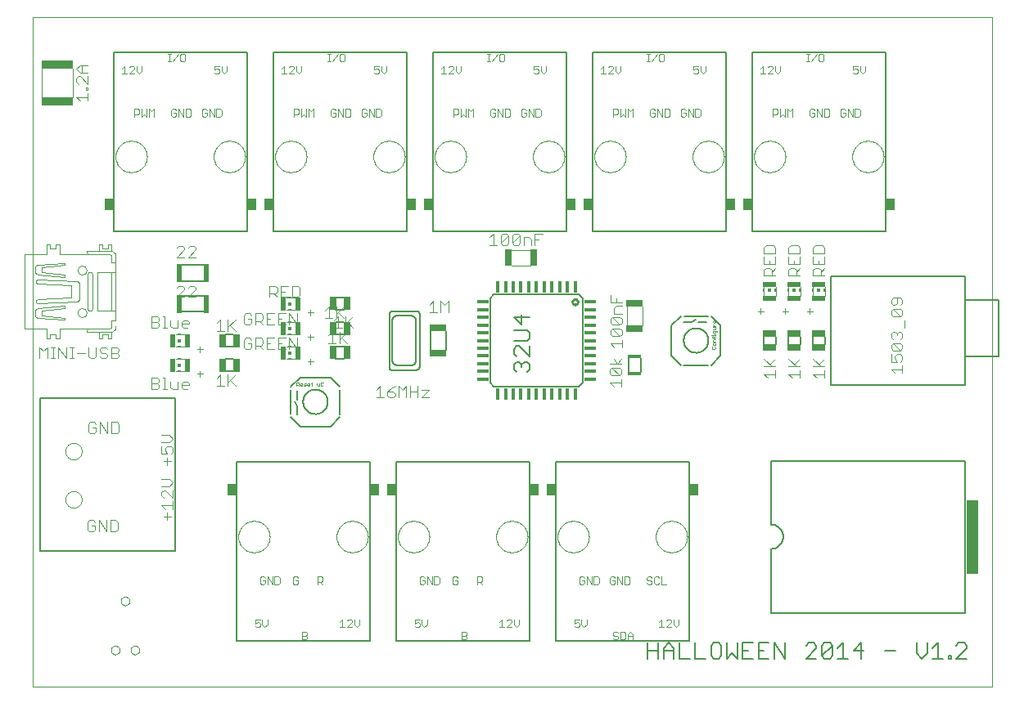
<source format=gto>
G75*
%MOIN*%
%OFA0B0*%
%FSLAX24Y24*%
%IPPOS*%
%LPD*%
%AMOC8*
5,1,8,0,0,1.08239X$1,22.5*
%
%ADD10C,0.0000*%
%ADD11C,0.0060*%
%ADD12C,0.0080*%
%ADD13C,0.0010*%
%ADD14R,0.0364X0.0450*%
%ADD15C,0.0050*%
%ADD16C,0.0040*%
%ADD17C,0.0030*%
%ADD18R,0.0118X0.0059*%
%ADD19R,0.0118X0.0118*%
%ADD20R,0.0236X0.0531*%
%ADD21R,0.0256X0.0551*%
%ADD22R,0.1299X0.0374*%
%ADD23R,0.0669X0.0295*%
%ADD24C,0.0100*%
%ADD25R,0.0157X0.0453*%
%ADD26R,0.0157X0.0453*%
%ADD27R,0.0158X0.0453*%
%ADD28R,0.0453X0.0157*%
%ADD29R,0.0453X0.0157*%
%ADD30R,0.0453X0.0158*%
%ADD31R,0.0690X0.0290*%
%ADD32R,0.0560X0.0140*%
%ADD33R,0.0295X0.0669*%
%ADD34R,0.0230X0.0720*%
%ADD35R,0.0059X0.0118*%
%ADD36R,0.0531X0.0236*%
%ADD37R,0.0551X0.0256*%
%ADD38R,0.0500X0.3000*%
D10*
X012596Y000100D02*
X012596Y027396D01*
X051666Y027396D01*
X051666Y000100D01*
X012596Y000100D01*
X015771Y001575D02*
X015773Y001601D01*
X015779Y001627D01*
X015788Y001651D01*
X015801Y001674D01*
X015818Y001694D01*
X015837Y001712D01*
X015859Y001727D01*
X015882Y001738D01*
X015907Y001746D01*
X015933Y001750D01*
X015959Y001750D01*
X015985Y001746D01*
X016010Y001738D01*
X016034Y001727D01*
X016055Y001712D01*
X016074Y001694D01*
X016091Y001674D01*
X016104Y001651D01*
X016113Y001627D01*
X016119Y001601D01*
X016121Y001575D01*
X016119Y001549D01*
X016113Y001523D01*
X016104Y001499D01*
X016091Y001476D01*
X016074Y001456D01*
X016055Y001438D01*
X016033Y001423D01*
X016010Y001412D01*
X015985Y001404D01*
X015959Y001400D01*
X015933Y001400D01*
X015907Y001404D01*
X015882Y001412D01*
X015858Y001423D01*
X015837Y001438D01*
X015818Y001456D01*
X015801Y001476D01*
X015788Y001499D01*
X015779Y001523D01*
X015773Y001549D01*
X015771Y001575D01*
X016571Y001575D02*
X016573Y001601D01*
X016579Y001627D01*
X016588Y001651D01*
X016601Y001674D01*
X016618Y001694D01*
X016637Y001712D01*
X016659Y001727D01*
X016682Y001738D01*
X016707Y001746D01*
X016733Y001750D01*
X016759Y001750D01*
X016785Y001746D01*
X016810Y001738D01*
X016834Y001727D01*
X016855Y001712D01*
X016874Y001694D01*
X016891Y001674D01*
X016904Y001651D01*
X016913Y001627D01*
X016919Y001601D01*
X016921Y001575D01*
X016919Y001549D01*
X016913Y001523D01*
X016904Y001499D01*
X016891Y001476D01*
X016874Y001456D01*
X016855Y001438D01*
X016833Y001423D01*
X016810Y001412D01*
X016785Y001404D01*
X016759Y001400D01*
X016733Y001400D01*
X016707Y001404D01*
X016682Y001412D01*
X016658Y001423D01*
X016637Y001438D01*
X016618Y001456D01*
X016601Y001476D01*
X016588Y001499D01*
X016579Y001523D01*
X016573Y001549D01*
X016571Y001575D01*
X016171Y003575D02*
X016173Y003601D01*
X016179Y003627D01*
X016188Y003651D01*
X016201Y003674D01*
X016218Y003694D01*
X016237Y003712D01*
X016259Y003727D01*
X016282Y003738D01*
X016307Y003746D01*
X016333Y003750D01*
X016359Y003750D01*
X016385Y003746D01*
X016410Y003738D01*
X016434Y003727D01*
X016455Y003712D01*
X016474Y003694D01*
X016491Y003674D01*
X016504Y003651D01*
X016513Y003627D01*
X016519Y003601D01*
X016521Y003575D01*
X016519Y003549D01*
X016513Y003523D01*
X016504Y003499D01*
X016491Y003476D01*
X016474Y003456D01*
X016455Y003438D01*
X016433Y003423D01*
X016410Y003412D01*
X016385Y003404D01*
X016359Y003400D01*
X016333Y003400D01*
X016307Y003404D01*
X016282Y003412D01*
X016258Y003423D01*
X016237Y003438D01*
X016218Y003456D01*
X016201Y003476D01*
X016188Y003499D01*
X016179Y003523D01*
X016173Y003549D01*
X016171Y003575D01*
X020956Y006200D02*
X020958Y006250D01*
X020964Y006300D01*
X020974Y006349D01*
X020987Y006398D01*
X021005Y006445D01*
X021026Y006491D01*
X021050Y006534D01*
X021078Y006576D01*
X021109Y006616D01*
X021143Y006653D01*
X021180Y006687D01*
X021220Y006718D01*
X021262Y006746D01*
X021305Y006770D01*
X021351Y006791D01*
X021398Y006809D01*
X021447Y006822D01*
X021496Y006832D01*
X021546Y006838D01*
X021596Y006840D01*
X021646Y006838D01*
X021696Y006832D01*
X021745Y006822D01*
X021794Y006809D01*
X021841Y006791D01*
X021887Y006770D01*
X021930Y006746D01*
X021972Y006718D01*
X022012Y006687D01*
X022049Y006653D01*
X022083Y006616D01*
X022114Y006576D01*
X022142Y006534D01*
X022166Y006491D01*
X022187Y006445D01*
X022205Y006398D01*
X022218Y006349D01*
X022228Y006300D01*
X022234Y006250D01*
X022236Y006200D01*
X022234Y006150D01*
X022228Y006100D01*
X022218Y006051D01*
X022205Y006002D01*
X022187Y005955D01*
X022166Y005909D01*
X022142Y005866D01*
X022114Y005824D01*
X022083Y005784D01*
X022049Y005747D01*
X022012Y005713D01*
X021972Y005682D01*
X021930Y005654D01*
X021887Y005630D01*
X021841Y005609D01*
X021794Y005591D01*
X021745Y005578D01*
X021696Y005568D01*
X021646Y005562D01*
X021596Y005560D01*
X021546Y005562D01*
X021496Y005568D01*
X021447Y005578D01*
X021398Y005591D01*
X021351Y005609D01*
X021305Y005630D01*
X021262Y005654D01*
X021220Y005682D01*
X021180Y005713D01*
X021143Y005747D01*
X021109Y005784D01*
X021078Y005824D01*
X021050Y005866D01*
X021026Y005909D01*
X021005Y005955D01*
X020987Y006002D01*
X020974Y006051D01*
X020964Y006100D01*
X020958Y006150D01*
X020956Y006200D01*
X024956Y006200D02*
X024958Y006250D01*
X024964Y006300D01*
X024974Y006349D01*
X024987Y006398D01*
X025005Y006445D01*
X025026Y006491D01*
X025050Y006534D01*
X025078Y006576D01*
X025109Y006616D01*
X025143Y006653D01*
X025180Y006687D01*
X025220Y006718D01*
X025262Y006746D01*
X025305Y006770D01*
X025351Y006791D01*
X025398Y006809D01*
X025447Y006822D01*
X025496Y006832D01*
X025546Y006838D01*
X025596Y006840D01*
X025646Y006838D01*
X025696Y006832D01*
X025745Y006822D01*
X025794Y006809D01*
X025841Y006791D01*
X025887Y006770D01*
X025930Y006746D01*
X025972Y006718D01*
X026012Y006687D01*
X026049Y006653D01*
X026083Y006616D01*
X026114Y006576D01*
X026142Y006534D01*
X026166Y006491D01*
X026187Y006445D01*
X026205Y006398D01*
X026218Y006349D01*
X026228Y006300D01*
X026234Y006250D01*
X026236Y006200D01*
X026234Y006150D01*
X026228Y006100D01*
X026218Y006051D01*
X026205Y006002D01*
X026187Y005955D01*
X026166Y005909D01*
X026142Y005866D01*
X026114Y005824D01*
X026083Y005784D01*
X026049Y005747D01*
X026012Y005713D01*
X025972Y005682D01*
X025930Y005654D01*
X025887Y005630D01*
X025841Y005609D01*
X025794Y005591D01*
X025745Y005578D01*
X025696Y005568D01*
X025646Y005562D01*
X025596Y005560D01*
X025546Y005562D01*
X025496Y005568D01*
X025447Y005578D01*
X025398Y005591D01*
X025351Y005609D01*
X025305Y005630D01*
X025262Y005654D01*
X025220Y005682D01*
X025180Y005713D01*
X025143Y005747D01*
X025109Y005784D01*
X025078Y005824D01*
X025050Y005866D01*
X025026Y005909D01*
X025005Y005955D01*
X024987Y006002D01*
X024974Y006051D01*
X024964Y006100D01*
X024958Y006150D01*
X024956Y006200D01*
X027456Y006200D02*
X027458Y006250D01*
X027464Y006300D01*
X027474Y006349D01*
X027487Y006398D01*
X027505Y006445D01*
X027526Y006491D01*
X027550Y006534D01*
X027578Y006576D01*
X027609Y006616D01*
X027643Y006653D01*
X027680Y006687D01*
X027720Y006718D01*
X027762Y006746D01*
X027805Y006770D01*
X027851Y006791D01*
X027898Y006809D01*
X027947Y006822D01*
X027996Y006832D01*
X028046Y006838D01*
X028096Y006840D01*
X028146Y006838D01*
X028196Y006832D01*
X028245Y006822D01*
X028294Y006809D01*
X028341Y006791D01*
X028387Y006770D01*
X028430Y006746D01*
X028472Y006718D01*
X028512Y006687D01*
X028549Y006653D01*
X028583Y006616D01*
X028614Y006576D01*
X028642Y006534D01*
X028666Y006491D01*
X028687Y006445D01*
X028705Y006398D01*
X028718Y006349D01*
X028728Y006300D01*
X028734Y006250D01*
X028736Y006200D01*
X028734Y006150D01*
X028728Y006100D01*
X028718Y006051D01*
X028705Y006002D01*
X028687Y005955D01*
X028666Y005909D01*
X028642Y005866D01*
X028614Y005824D01*
X028583Y005784D01*
X028549Y005747D01*
X028512Y005713D01*
X028472Y005682D01*
X028430Y005654D01*
X028387Y005630D01*
X028341Y005609D01*
X028294Y005591D01*
X028245Y005578D01*
X028196Y005568D01*
X028146Y005562D01*
X028096Y005560D01*
X028046Y005562D01*
X027996Y005568D01*
X027947Y005578D01*
X027898Y005591D01*
X027851Y005609D01*
X027805Y005630D01*
X027762Y005654D01*
X027720Y005682D01*
X027680Y005713D01*
X027643Y005747D01*
X027609Y005784D01*
X027578Y005824D01*
X027550Y005866D01*
X027526Y005909D01*
X027505Y005955D01*
X027487Y006002D01*
X027474Y006051D01*
X027464Y006100D01*
X027458Y006150D01*
X027456Y006200D01*
X031456Y006200D02*
X031458Y006250D01*
X031464Y006300D01*
X031474Y006349D01*
X031487Y006398D01*
X031505Y006445D01*
X031526Y006491D01*
X031550Y006534D01*
X031578Y006576D01*
X031609Y006616D01*
X031643Y006653D01*
X031680Y006687D01*
X031720Y006718D01*
X031762Y006746D01*
X031805Y006770D01*
X031851Y006791D01*
X031898Y006809D01*
X031947Y006822D01*
X031996Y006832D01*
X032046Y006838D01*
X032096Y006840D01*
X032146Y006838D01*
X032196Y006832D01*
X032245Y006822D01*
X032294Y006809D01*
X032341Y006791D01*
X032387Y006770D01*
X032430Y006746D01*
X032472Y006718D01*
X032512Y006687D01*
X032549Y006653D01*
X032583Y006616D01*
X032614Y006576D01*
X032642Y006534D01*
X032666Y006491D01*
X032687Y006445D01*
X032705Y006398D01*
X032718Y006349D01*
X032728Y006300D01*
X032734Y006250D01*
X032736Y006200D01*
X032734Y006150D01*
X032728Y006100D01*
X032718Y006051D01*
X032705Y006002D01*
X032687Y005955D01*
X032666Y005909D01*
X032642Y005866D01*
X032614Y005824D01*
X032583Y005784D01*
X032549Y005747D01*
X032512Y005713D01*
X032472Y005682D01*
X032430Y005654D01*
X032387Y005630D01*
X032341Y005609D01*
X032294Y005591D01*
X032245Y005578D01*
X032196Y005568D01*
X032146Y005562D01*
X032096Y005560D01*
X032046Y005562D01*
X031996Y005568D01*
X031947Y005578D01*
X031898Y005591D01*
X031851Y005609D01*
X031805Y005630D01*
X031762Y005654D01*
X031720Y005682D01*
X031680Y005713D01*
X031643Y005747D01*
X031609Y005784D01*
X031578Y005824D01*
X031550Y005866D01*
X031526Y005909D01*
X031505Y005955D01*
X031487Y006002D01*
X031474Y006051D01*
X031464Y006100D01*
X031458Y006150D01*
X031456Y006200D01*
X033956Y006200D02*
X033958Y006250D01*
X033964Y006300D01*
X033974Y006349D01*
X033987Y006398D01*
X034005Y006445D01*
X034026Y006491D01*
X034050Y006534D01*
X034078Y006576D01*
X034109Y006616D01*
X034143Y006653D01*
X034180Y006687D01*
X034220Y006718D01*
X034262Y006746D01*
X034305Y006770D01*
X034351Y006791D01*
X034398Y006809D01*
X034447Y006822D01*
X034496Y006832D01*
X034546Y006838D01*
X034596Y006840D01*
X034646Y006838D01*
X034696Y006832D01*
X034745Y006822D01*
X034794Y006809D01*
X034841Y006791D01*
X034887Y006770D01*
X034930Y006746D01*
X034972Y006718D01*
X035012Y006687D01*
X035049Y006653D01*
X035083Y006616D01*
X035114Y006576D01*
X035142Y006534D01*
X035166Y006491D01*
X035187Y006445D01*
X035205Y006398D01*
X035218Y006349D01*
X035228Y006300D01*
X035234Y006250D01*
X035236Y006200D01*
X035234Y006150D01*
X035228Y006100D01*
X035218Y006051D01*
X035205Y006002D01*
X035187Y005955D01*
X035166Y005909D01*
X035142Y005866D01*
X035114Y005824D01*
X035083Y005784D01*
X035049Y005747D01*
X035012Y005713D01*
X034972Y005682D01*
X034930Y005654D01*
X034887Y005630D01*
X034841Y005609D01*
X034794Y005591D01*
X034745Y005578D01*
X034696Y005568D01*
X034646Y005562D01*
X034596Y005560D01*
X034546Y005562D01*
X034496Y005568D01*
X034447Y005578D01*
X034398Y005591D01*
X034351Y005609D01*
X034305Y005630D01*
X034262Y005654D01*
X034220Y005682D01*
X034180Y005713D01*
X034143Y005747D01*
X034109Y005784D01*
X034078Y005824D01*
X034050Y005866D01*
X034026Y005909D01*
X034005Y005955D01*
X033987Y006002D01*
X033974Y006051D01*
X033964Y006100D01*
X033958Y006150D01*
X033956Y006200D01*
X037956Y006200D02*
X037958Y006250D01*
X037964Y006300D01*
X037974Y006349D01*
X037987Y006398D01*
X038005Y006445D01*
X038026Y006491D01*
X038050Y006534D01*
X038078Y006576D01*
X038109Y006616D01*
X038143Y006653D01*
X038180Y006687D01*
X038220Y006718D01*
X038262Y006746D01*
X038305Y006770D01*
X038351Y006791D01*
X038398Y006809D01*
X038447Y006822D01*
X038496Y006832D01*
X038546Y006838D01*
X038596Y006840D01*
X038646Y006838D01*
X038696Y006832D01*
X038745Y006822D01*
X038794Y006809D01*
X038841Y006791D01*
X038887Y006770D01*
X038930Y006746D01*
X038972Y006718D01*
X039012Y006687D01*
X039049Y006653D01*
X039083Y006616D01*
X039114Y006576D01*
X039142Y006534D01*
X039166Y006491D01*
X039187Y006445D01*
X039205Y006398D01*
X039218Y006349D01*
X039228Y006300D01*
X039234Y006250D01*
X039236Y006200D01*
X039234Y006150D01*
X039228Y006100D01*
X039218Y006051D01*
X039205Y006002D01*
X039187Y005955D01*
X039166Y005909D01*
X039142Y005866D01*
X039114Y005824D01*
X039083Y005784D01*
X039049Y005747D01*
X039012Y005713D01*
X038972Y005682D01*
X038930Y005654D01*
X038887Y005630D01*
X038841Y005609D01*
X038794Y005591D01*
X038745Y005578D01*
X038696Y005568D01*
X038646Y005562D01*
X038596Y005560D01*
X038546Y005562D01*
X038496Y005568D01*
X038447Y005578D01*
X038398Y005591D01*
X038351Y005609D01*
X038305Y005630D01*
X038262Y005654D01*
X038220Y005682D01*
X038180Y005713D01*
X038143Y005747D01*
X038109Y005784D01*
X038078Y005824D01*
X038050Y005866D01*
X038026Y005909D01*
X038005Y005955D01*
X037987Y006002D01*
X037974Y006051D01*
X037964Y006100D01*
X037958Y006150D01*
X037956Y006200D01*
X014419Y015334D02*
X014421Y015360D01*
X014427Y015386D01*
X014437Y015411D01*
X014450Y015434D01*
X014466Y015454D01*
X014486Y015472D01*
X014508Y015487D01*
X014531Y015499D01*
X014557Y015507D01*
X014583Y015511D01*
X014609Y015511D01*
X014635Y015507D01*
X014661Y015499D01*
X014685Y015487D01*
X014706Y015472D01*
X014726Y015454D01*
X014742Y015434D01*
X014755Y015411D01*
X014765Y015386D01*
X014771Y015360D01*
X014773Y015334D01*
X014771Y015308D01*
X014765Y015282D01*
X014755Y015257D01*
X014742Y015234D01*
X014726Y015214D01*
X014706Y015196D01*
X014684Y015181D01*
X014661Y015169D01*
X014635Y015161D01*
X014609Y015157D01*
X014583Y015157D01*
X014557Y015161D01*
X014531Y015169D01*
X014507Y015181D01*
X014486Y015196D01*
X014466Y015214D01*
X014450Y015234D01*
X014437Y015257D01*
X014427Y015282D01*
X014421Y015308D01*
X014419Y015334D01*
X014419Y017066D02*
X014421Y017092D01*
X014427Y017118D01*
X014437Y017143D01*
X014450Y017166D01*
X014466Y017186D01*
X014486Y017204D01*
X014508Y017219D01*
X014531Y017231D01*
X014557Y017239D01*
X014583Y017243D01*
X014609Y017243D01*
X014635Y017239D01*
X014661Y017231D01*
X014685Y017219D01*
X014706Y017204D01*
X014726Y017186D01*
X014742Y017166D01*
X014755Y017143D01*
X014765Y017118D01*
X014771Y017092D01*
X014773Y017066D01*
X014771Y017040D01*
X014765Y017014D01*
X014755Y016989D01*
X014742Y016966D01*
X014726Y016946D01*
X014706Y016928D01*
X014684Y016913D01*
X014661Y016901D01*
X014635Y016893D01*
X014609Y016889D01*
X014583Y016889D01*
X014557Y016893D01*
X014531Y016901D01*
X014507Y016913D01*
X014486Y016928D01*
X014466Y016946D01*
X014450Y016966D01*
X014437Y016989D01*
X014427Y017014D01*
X014421Y017040D01*
X014419Y017066D01*
X015956Y021700D02*
X015958Y021750D01*
X015964Y021800D01*
X015974Y021849D01*
X015987Y021898D01*
X016005Y021945D01*
X016026Y021991D01*
X016050Y022034D01*
X016078Y022076D01*
X016109Y022116D01*
X016143Y022153D01*
X016180Y022187D01*
X016220Y022218D01*
X016262Y022246D01*
X016305Y022270D01*
X016351Y022291D01*
X016398Y022309D01*
X016447Y022322D01*
X016496Y022332D01*
X016546Y022338D01*
X016596Y022340D01*
X016646Y022338D01*
X016696Y022332D01*
X016745Y022322D01*
X016794Y022309D01*
X016841Y022291D01*
X016887Y022270D01*
X016930Y022246D01*
X016972Y022218D01*
X017012Y022187D01*
X017049Y022153D01*
X017083Y022116D01*
X017114Y022076D01*
X017142Y022034D01*
X017166Y021991D01*
X017187Y021945D01*
X017205Y021898D01*
X017218Y021849D01*
X017228Y021800D01*
X017234Y021750D01*
X017236Y021700D01*
X017234Y021650D01*
X017228Y021600D01*
X017218Y021551D01*
X017205Y021502D01*
X017187Y021455D01*
X017166Y021409D01*
X017142Y021366D01*
X017114Y021324D01*
X017083Y021284D01*
X017049Y021247D01*
X017012Y021213D01*
X016972Y021182D01*
X016930Y021154D01*
X016887Y021130D01*
X016841Y021109D01*
X016794Y021091D01*
X016745Y021078D01*
X016696Y021068D01*
X016646Y021062D01*
X016596Y021060D01*
X016546Y021062D01*
X016496Y021068D01*
X016447Y021078D01*
X016398Y021091D01*
X016351Y021109D01*
X016305Y021130D01*
X016262Y021154D01*
X016220Y021182D01*
X016180Y021213D01*
X016143Y021247D01*
X016109Y021284D01*
X016078Y021324D01*
X016050Y021366D01*
X016026Y021409D01*
X016005Y021455D01*
X015987Y021502D01*
X015974Y021551D01*
X015964Y021600D01*
X015958Y021650D01*
X015956Y021700D01*
X019956Y021700D02*
X019958Y021750D01*
X019964Y021800D01*
X019974Y021849D01*
X019987Y021898D01*
X020005Y021945D01*
X020026Y021991D01*
X020050Y022034D01*
X020078Y022076D01*
X020109Y022116D01*
X020143Y022153D01*
X020180Y022187D01*
X020220Y022218D01*
X020262Y022246D01*
X020305Y022270D01*
X020351Y022291D01*
X020398Y022309D01*
X020447Y022322D01*
X020496Y022332D01*
X020546Y022338D01*
X020596Y022340D01*
X020646Y022338D01*
X020696Y022332D01*
X020745Y022322D01*
X020794Y022309D01*
X020841Y022291D01*
X020887Y022270D01*
X020930Y022246D01*
X020972Y022218D01*
X021012Y022187D01*
X021049Y022153D01*
X021083Y022116D01*
X021114Y022076D01*
X021142Y022034D01*
X021166Y021991D01*
X021187Y021945D01*
X021205Y021898D01*
X021218Y021849D01*
X021228Y021800D01*
X021234Y021750D01*
X021236Y021700D01*
X021234Y021650D01*
X021228Y021600D01*
X021218Y021551D01*
X021205Y021502D01*
X021187Y021455D01*
X021166Y021409D01*
X021142Y021366D01*
X021114Y021324D01*
X021083Y021284D01*
X021049Y021247D01*
X021012Y021213D01*
X020972Y021182D01*
X020930Y021154D01*
X020887Y021130D01*
X020841Y021109D01*
X020794Y021091D01*
X020745Y021078D01*
X020696Y021068D01*
X020646Y021062D01*
X020596Y021060D01*
X020546Y021062D01*
X020496Y021068D01*
X020447Y021078D01*
X020398Y021091D01*
X020351Y021109D01*
X020305Y021130D01*
X020262Y021154D01*
X020220Y021182D01*
X020180Y021213D01*
X020143Y021247D01*
X020109Y021284D01*
X020078Y021324D01*
X020050Y021366D01*
X020026Y021409D01*
X020005Y021455D01*
X019987Y021502D01*
X019974Y021551D01*
X019964Y021600D01*
X019958Y021650D01*
X019956Y021700D01*
X022456Y021700D02*
X022458Y021750D01*
X022464Y021800D01*
X022474Y021849D01*
X022487Y021898D01*
X022505Y021945D01*
X022526Y021991D01*
X022550Y022034D01*
X022578Y022076D01*
X022609Y022116D01*
X022643Y022153D01*
X022680Y022187D01*
X022720Y022218D01*
X022762Y022246D01*
X022805Y022270D01*
X022851Y022291D01*
X022898Y022309D01*
X022947Y022322D01*
X022996Y022332D01*
X023046Y022338D01*
X023096Y022340D01*
X023146Y022338D01*
X023196Y022332D01*
X023245Y022322D01*
X023294Y022309D01*
X023341Y022291D01*
X023387Y022270D01*
X023430Y022246D01*
X023472Y022218D01*
X023512Y022187D01*
X023549Y022153D01*
X023583Y022116D01*
X023614Y022076D01*
X023642Y022034D01*
X023666Y021991D01*
X023687Y021945D01*
X023705Y021898D01*
X023718Y021849D01*
X023728Y021800D01*
X023734Y021750D01*
X023736Y021700D01*
X023734Y021650D01*
X023728Y021600D01*
X023718Y021551D01*
X023705Y021502D01*
X023687Y021455D01*
X023666Y021409D01*
X023642Y021366D01*
X023614Y021324D01*
X023583Y021284D01*
X023549Y021247D01*
X023512Y021213D01*
X023472Y021182D01*
X023430Y021154D01*
X023387Y021130D01*
X023341Y021109D01*
X023294Y021091D01*
X023245Y021078D01*
X023196Y021068D01*
X023146Y021062D01*
X023096Y021060D01*
X023046Y021062D01*
X022996Y021068D01*
X022947Y021078D01*
X022898Y021091D01*
X022851Y021109D01*
X022805Y021130D01*
X022762Y021154D01*
X022720Y021182D01*
X022680Y021213D01*
X022643Y021247D01*
X022609Y021284D01*
X022578Y021324D01*
X022550Y021366D01*
X022526Y021409D01*
X022505Y021455D01*
X022487Y021502D01*
X022474Y021551D01*
X022464Y021600D01*
X022458Y021650D01*
X022456Y021700D01*
X026456Y021700D02*
X026458Y021750D01*
X026464Y021800D01*
X026474Y021849D01*
X026487Y021898D01*
X026505Y021945D01*
X026526Y021991D01*
X026550Y022034D01*
X026578Y022076D01*
X026609Y022116D01*
X026643Y022153D01*
X026680Y022187D01*
X026720Y022218D01*
X026762Y022246D01*
X026805Y022270D01*
X026851Y022291D01*
X026898Y022309D01*
X026947Y022322D01*
X026996Y022332D01*
X027046Y022338D01*
X027096Y022340D01*
X027146Y022338D01*
X027196Y022332D01*
X027245Y022322D01*
X027294Y022309D01*
X027341Y022291D01*
X027387Y022270D01*
X027430Y022246D01*
X027472Y022218D01*
X027512Y022187D01*
X027549Y022153D01*
X027583Y022116D01*
X027614Y022076D01*
X027642Y022034D01*
X027666Y021991D01*
X027687Y021945D01*
X027705Y021898D01*
X027718Y021849D01*
X027728Y021800D01*
X027734Y021750D01*
X027736Y021700D01*
X027734Y021650D01*
X027728Y021600D01*
X027718Y021551D01*
X027705Y021502D01*
X027687Y021455D01*
X027666Y021409D01*
X027642Y021366D01*
X027614Y021324D01*
X027583Y021284D01*
X027549Y021247D01*
X027512Y021213D01*
X027472Y021182D01*
X027430Y021154D01*
X027387Y021130D01*
X027341Y021109D01*
X027294Y021091D01*
X027245Y021078D01*
X027196Y021068D01*
X027146Y021062D01*
X027096Y021060D01*
X027046Y021062D01*
X026996Y021068D01*
X026947Y021078D01*
X026898Y021091D01*
X026851Y021109D01*
X026805Y021130D01*
X026762Y021154D01*
X026720Y021182D01*
X026680Y021213D01*
X026643Y021247D01*
X026609Y021284D01*
X026578Y021324D01*
X026550Y021366D01*
X026526Y021409D01*
X026505Y021455D01*
X026487Y021502D01*
X026474Y021551D01*
X026464Y021600D01*
X026458Y021650D01*
X026456Y021700D01*
X028956Y021700D02*
X028958Y021750D01*
X028964Y021800D01*
X028974Y021849D01*
X028987Y021898D01*
X029005Y021945D01*
X029026Y021991D01*
X029050Y022034D01*
X029078Y022076D01*
X029109Y022116D01*
X029143Y022153D01*
X029180Y022187D01*
X029220Y022218D01*
X029262Y022246D01*
X029305Y022270D01*
X029351Y022291D01*
X029398Y022309D01*
X029447Y022322D01*
X029496Y022332D01*
X029546Y022338D01*
X029596Y022340D01*
X029646Y022338D01*
X029696Y022332D01*
X029745Y022322D01*
X029794Y022309D01*
X029841Y022291D01*
X029887Y022270D01*
X029930Y022246D01*
X029972Y022218D01*
X030012Y022187D01*
X030049Y022153D01*
X030083Y022116D01*
X030114Y022076D01*
X030142Y022034D01*
X030166Y021991D01*
X030187Y021945D01*
X030205Y021898D01*
X030218Y021849D01*
X030228Y021800D01*
X030234Y021750D01*
X030236Y021700D01*
X030234Y021650D01*
X030228Y021600D01*
X030218Y021551D01*
X030205Y021502D01*
X030187Y021455D01*
X030166Y021409D01*
X030142Y021366D01*
X030114Y021324D01*
X030083Y021284D01*
X030049Y021247D01*
X030012Y021213D01*
X029972Y021182D01*
X029930Y021154D01*
X029887Y021130D01*
X029841Y021109D01*
X029794Y021091D01*
X029745Y021078D01*
X029696Y021068D01*
X029646Y021062D01*
X029596Y021060D01*
X029546Y021062D01*
X029496Y021068D01*
X029447Y021078D01*
X029398Y021091D01*
X029351Y021109D01*
X029305Y021130D01*
X029262Y021154D01*
X029220Y021182D01*
X029180Y021213D01*
X029143Y021247D01*
X029109Y021284D01*
X029078Y021324D01*
X029050Y021366D01*
X029026Y021409D01*
X029005Y021455D01*
X028987Y021502D01*
X028974Y021551D01*
X028964Y021600D01*
X028958Y021650D01*
X028956Y021700D01*
X032956Y021700D02*
X032958Y021750D01*
X032964Y021800D01*
X032974Y021849D01*
X032987Y021898D01*
X033005Y021945D01*
X033026Y021991D01*
X033050Y022034D01*
X033078Y022076D01*
X033109Y022116D01*
X033143Y022153D01*
X033180Y022187D01*
X033220Y022218D01*
X033262Y022246D01*
X033305Y022270D01*
X033351Y022291D01*
X033398Y022309D01*
X033447Y022322D01*
X033496Y022332D01*
X033546Y022338D01*
X033596Y022340D01*
X033646Y022338D01*
X033696Y022332D01*
X033745Y022322D01*
X033794Y022309D01*
X033841Y022291D01*
X033887Y022270D01*
X033930Y022246D01*
X033972Y022218D01*
X034012Y022187D01*
X034049Y022153D01*
X034083Y022116D01*
X034114Y022076D01*
X034142Y022034D01*
X034166Y021991D01*
X034187Y021945D01*
X034205Y021898D01*
X034218Y021849D01*
X034228Y021800D01*
X034234Y021750D01*
X034236Y021700D01*
X034234Y021650D01*
X034228Y021600D01*
X034218Y021551D01*
X034205Y021502D01*
X034187Y021455D01*
X034166Y021409D01*
X034142Y021366D01*
X034114Y021324D01*
X034083Y021284D01*
X034049Y021247D01*
X034012Y021213D01*
X033972Y021182D01*
X033930Y021154D01*
X033887Y021130D01*
X033841Y021109D01*
X033794Y021091D01*
X033745Y021078D01*
X033696Y021068D01*
X033646Y021062D01*
X033596Y021060D01*
X033546Y021062D01*
X033496Y021068D01*
X033447Y021078D01*
X033398Y021091D01*
X033351Y021109D01*
X033305Y021130D01*
X033262Y021154D01*
X033220Y021182D01*
X033180Y021213D01*
X033143Y021247D01*
X033109Y021284D01*
X033078Y021324D01*
X033050Y021366D01*
X033026Y021409D01*
X033005Y021455D01*
X032987Y021502D01*
X032974Y021551D01*
X032964Y021600D01*
X032958Y021650D01*
X032956Y021700D01*
X035456Y021700D02*
X035458Y021750D01*
X035464Y021800D01*
X035474Y021849D01*
X035487Y021898D01*
X035505Y021945D01*
X035526Y021991D01*
X035550Y022034D01*
X035578Y022076D01*
X035609Y022116D01*
X035643Y022153D01*
X035680Y022187D01*
X035720Y022218D01*
X035762Y022246D01*
X035805Y022270D01*
X035851Y022291D01*
X035898Y022309D01*
X035947Y022322D01*
X035996Y022332D01*
X036046Y022338D01*
X036096Y022340D01*
X036146Y022338D01*
X036196Y022332D01*
X036245Y022322D01*
X036294Y022309D01*
X036341Y022291D01*
X036387Y022270D01*
X036430Y022246D01*
X036472Y022218D01*
X036512Y022187D01*
X036549Y022153D01*
X036583Y022116D01*
X036614Y022076D01*
X036642Y022034D01*
X036666Y021991D01*
X036687Y021945D01*
X036705Y021898D01*
X036718Y021849D01*
X036728Y021800D01*
X036734Y021750D01*
X036736Y021700D01*
X036734Y021650D01*
X036728Y021600D01*
X036718Y021551D01*
X036705Y021502D01*
X036687Y021455D01*
X036666Y021409D01*
X036642Y021366D01*
X036614Y021324D01*
X036583Y021284D01*
X036549Y021247D01*
X036512Y021213D01*
X036472Y021182D01*
X036430Y021154D01*
X036387Y021130D01*
X036341Y021109D01*
X036294Y021091D01*
X036245Y021078D01*
X036196Y021068D01*
X036146Y021062D01*
X036096Y021060D01*
X036046Y021062D01*
X035996Y021068D01*
X035947Y021078D01*
X035898Y021091D01*
X035851Y021109D01*
X035805Y021130D01*
X035762Y021154D01*
X035720Y021182D01*
X035680Y021213D01*
X035643Y021247D01*
X035609Y021284D01*
X035578Y021324D01*
X035550Y021366D01*
X035526Y021409D01*
X035505Y021455D01*
X035487Y021502D01*
X035474Y021551D01*
X035464Y021600D01*
X035458Y021650D01*
X035456Y021700D01*
X039456Y021700D02*
X039458Y021750D01*
X039464Y021800D01*
X039474Y021849D01*
X039487Y021898D01*
X039505Y021945D01*
X039526Y021991D01*
X039550Y022034D01*
X039578Y022076D01*
X039609Y022116D01*
X039643Y022153D01*
X039680Y022187D01*
X039720Y022218D01*
X039762Y022246D01*
X039805Y022270D01*
X039851Y022291D01*
X039898Y022309D01*
X039947Y022322D01*
X039996Y022332D01*
X040046Y022338D01*
X040096Y022340D01*
X040146Y022338D01*
X040196Y022332D01*
X040245Y022322D01*
X040294Y022309D01*
X040341Y022291D01*
X040387Y022270D01*
X040430Y022246D01*
X040472Y022218D01*
X040512Y022187D01*
X040549Y022153D01*
X040583Y022116D01*
X040614Y022076D01*
X040642Y022034D01*
X040666Y021991D01*
X040687Y021945D01*
X040705Y021898D01*
X040718Y021849D01*
X040728Y021800D01*
X040734Y021750D01*
X040736Y021700D01*
X040734Y021650D01*
X040728Y021600D01*
X040718Y021551D01*
X040705Y021502D01*
X040687Y021455D01*
X040666Y021409D01*
X040642Y021366D01*
X040614Y021324D01*
X040583Y021284D01*
X040549Y021247D01*
X040512Y021213D01*
X040472Y021182D01*
X040430Y021154D01*
X040387Y021130D01*
X040341Y021109D01*
X040294Y021091D01*
X040245Y021078D01*
X040196Y021068D01*
X040146Y021062D01*
X040096Y021060D01*
X040046Y021062D01*
X039996Y021068D01*
X039947Y021078D01*
X039898Y021091D01*
X039851Y021109D01*
X039805Y021130D01*
X039762Y021154D01*
X039720Y021182D01*
X039680Y021213D01*
X039643Y021247D01*
X039609Y021284D01*
X039578Y021324D01*
X039550Y021366D01*
X039526Y021409D01*
X039505Y021455D01*
X039487Y021502D01*
X039474Y021551D01*
X039464Y021600D01*
X039458Y021650D01*
X039456Y021700D01*
X041956Y021700D02*
X041958Y021750D01*
X041964Y021800D01*
X041974Y021849D01*
X041987Y021898D01*
X042005Y021945D01*
X042026Y021991D01*
X042050Y022034D01*
X042078Y022076D01*
X042109Y022116D01*
X042143Y022153D01*
X042180Y022187D01*
X042220Y022218D01*
X042262Y022246D01*
X042305Y022270D01*
X042351Y022291D01*
X042398Y022309D01*
X042447Y022322D01*
X042496Y022332D01*
X042546Y022338D01*
X042596Y022340D01*
X042646Y022338D01*
X042696Y022332D01*
X042745Y022322D01*
X042794Y022309D01*
X042841Y022291D01*
X042887Y022270D01*
X042930Y022246D01*
X042972Y022218D01*
X043012Y022187D01*
X043049Y022153D01*
X043083Y022116D01*
X043114Y022076D01*
X043142Y022034D01*
X043166Y021991D01*
X043187Y021945D01*
X043205Y021898D01*
X043218Y021849D01*
X043228Y021800D01*
X043234Y021750D01*
X043236Y021700D01*
X043234Y021650D01*
X043228Y021600D01*
X043218Y021551D01*
X043205Y021502D01*
X043187Y021455D01*
X043166Y021409D01*
X043142Y021366D01*
X043114Y021324D01*
X043083Y021284D01*
X043049Y021247D01*
X043012Y021213D01*
X042972Y021182D01*
X042930Y021154D01*
X042887Y021130D01*
X042841Y021109D01*
X042794Y021091D01*
X042745Y021078D01*
X042696Y021068D01*
X042646Y021062D01*
X042596Y021060D01*
X042546Y021062D01*
X042496Y021068D01*
X042447Y021078D01*
X042398Y021091D01*
X042351Y021109D01*
X042305Y021130D01*
X042262Y021154D01*
X042220Y021182D01*
X042180Y021213D01*
X042143Y021247D01*
X042109Y021284D01*
X042078Y021324D01*
X042050Y021366D01*
X042026Y021409D01*
X042005Y021455D01*
X041987Y021502D01*
X041974Y021551D01*
X041964Y021600D01*
X041958Y021650D01*
X041956Y021700D01*
X045956Y021700D02*
X045958Y021750D01*
X045964Y021800D01*
X045974Y021849D01*
X045987Y021898D01*
X046005Y021945D01*
X046026Y021991D01*
X046050Y022034D01*
X046078Y022076D01*
X046109Y022116D01*
X046143Y022153D01*
X046180Y022187D01*
X046220Y022218D01*
X046262Y022246D01*
X046305Y022270D01*
X046351Y022291D01*
X046398Y022309D01*
X046447Y022322D01*
X046496Y022332D01*
X046546Y022338D01*
X046596Y022340D01*
X046646Y022338D01*
X046696Y022332D01*
X046745Y022322D01*
X046794Y022309D01*
X046841Y022291D01*
X046887Y022270D01*
X046930Y022246D01*
X046972Y022218D01*
X047012Y022187D01*
X047049Y022153D01*
X047083Y022116D01*
X047114Y022076D01*
X047142Y022034D01*
X047166Y021991D01*
X047187Y021945D01*
X047205Y021898D01*
X047218Y021849D01*
X047228Y021800D01*
X047234Y021750D01*
X047236Y021700D01*
X047234Y021650D01*
X047228Y021600D01*
X047218Y021551D01*
X047205Y021502D01*
X047187Y021455D01*
X047166Y021409D01*
X047142Y021366D01*
X047114Y021324D01*
X047083Y021284D01*
X047049Y021247D01*
X047012Y021213D01*
X046972Y021182D01*
X046930Y021154D01*
X046887Y021130D01*
X046841Y021109D01*
X046794Y021091D01*
X046745Y021078D01*
X046696Y021068D01*
X046646Y021062D01*
X046596Y021060D01*
X046546Y021062D01*
X046496Y021068D01*
X046447Y021078D01*
X046398Y021091D01*
X046351Y021109D01*
X046305Y021130D01*
X046262Y021154D01*
X046220Y021182D01*
X046180Y021213D01*
X046143Y021247D01*
X046109Y021284D01*
X046078Y021324D01*
X046050Y021366D01*
X046026Y021409D01*
X046005Y021455D01*
X045987Y021502D01*
X045974Y021551D01*
X045964Y021600D01*
X045958Y021650D01*
X045956Y021700D01*
X013915Y009684D02*
X013917Y009720D01*
X013923Y009756D01*
X013933Y009791D01*
X013946Y009825D01*
X013963Y009857D01*
X013983Y009887D01*
X014007Y009914D01*
X014033Y009939D01*
X014062Y009961D01*
X014093Y009980D01*
X014126Y009995D01*
X014160Y010007D01*
X014196Y010015D01*
X014232Y010019D01*
X014268Y010019D01*
X014304Y010015D01*
X014340Y010007D01*
X014374Y009995D01*
X014407Y009980D01*
X014438Y009961D01*
X014467Y009939D01*
X014493Y009914D01*
X014517Y009887D01*
X014537Y009857D01*
X014554Y009825D01*
X014567Y009791D01*
X014577Y009756D01*
X014583Y009720D01*
X014585Y009684D01*
X014583Y009648D01*
X014577Y009612D01*
X014567Y009577D01*
X014554Y009543D01*
X014537Y009511D01*
X014517Y009481D01*
X014493Y009454D01*
X014467Y009429D01*
X014438Y009407D01*
X014407Y009388D01*
X014374Y009373D01*
X014340Y009361D01*
X014304Y009353D01*
X014268Y009349D01*
X014232Y009349D01*
X014196Y009353D01*
X014160Y009361D01*
X014126Y009373D01*
X014093Y009388D01*
X014062Y009407D01*
X014033Y009429D01*
X014007Y009454D01*
X013983Y009481D01*
X013963Y009511D01*
X013946Y009543D01*
X013933Y009577D01*
X013923Y009612D01*
X013917Y009648D01*
X013915Y009684D01*
X013915Y007716D02*
X013917Y007752D01*
X013923Y007788D01*
X013933Y007823D01*
X013946Y007857D01*
X013963Y007889D01*
X013983Y007919D01*
X014007Y007946D01*
X014033Y007971D01*
X014062Y007993D01*
X014093Y008012D01*
X014126Y008027D01*
X014160Y008039D01*
X014196Y008047D01*
X014232Y008051D01*
X014268Y008051D01*
X014304Y008047D01*
X014340Y008039D01*
X014374Y008027D01*
X014407Y008012D01*
X014438Y007993D01*
X014467Y007971D01*
X014493Y007946D01*
X014517Y007919D01*
X014537Y007889D01*
X014554Y007857D01*
X014567Y007823D01*
X014577Y007788D01*
X014583Y007752D01*
X014585Y007716D01*
X014583Y007680D01*
X014577Y007644D01*
X014567Y007609D01*
X014554Y007575D01*
X014537Y007543D01*
X014517Y007513D01*
X014493Y007486D01*
X014467Y007461D01*
X014438Y007439D01*
X014407Y007420D01*
X014374Y007405D01*
X014340Y007393D01*
X014304Y007385D01*
X014268Y007381D01*
X014232Y007381D01*
X014196Y007385D01*
X014160Y007393D01*
X014126Y007405D01*
X014093Y007420D01*
X014062Y007439D01*
X014033Y007461D01*
X014007Y007486D01*
X013983Y007513D01*
X013963Y007543D01*
X013946Y007575D01*
X013933Y007609D01*
X013923Y007644D01*
X013917Y007680D01*
X013915Y007716D01*
D11*
X020435Y012950D02*
X020758Y012950D01*
X020758Y013450D02*
X020435Y013450D01*
X020435Y013950D02*
X020758Y013950D01*
X020758Y014450D02*
X020435Y014450D01*
X019546Y015370D02*
X018646Y015370D01*
X018646Y016030D02*
X019546Y016030D01*
X019546Y016620D02*
X018646Y016620D01*
X018646Y017280D02*
X019546Y017280D01*
X024935Y015950D02*
X025258Y015950D01*
X025258Y015450D02*
X024935Y015450D01*
X024935Y014950D02*
X025258Y014950D01*
X025258Y014450D02*
X024935Y014450D01*
X024935Y013950D02*
X025258Y013950D01*
X025258Y013450D02*
X024935Y013450D01*
X028776Y013825D02*
X028776Y014580D01*
X029416Y014580D02*
X029416Y013825D01*
X032179Y013867D02*
X032179Y013653D01*
X032286Y013546D01*
X032286Y013329D02*
X032392Y013329D01*
X032499Y013222D01*
X032606Y013329D01*
X032713Y013329D01*
X032819Y013222D01*
X032819Y013009D01*
X032713Y012902D01*
X032499Y013115D02*
X032499Y013222D01*
X032286Y013329D02*
X032179Y013222D01*
X032179Y013009D01*
X032286Y012902D01*
X032819Y013546D02*
X032392Y013973D01*
X032286Y013973D01*
X032179Y013867D01*
X032179Y014191D02*
X032713Y014191D01*
X032819Y014298D01*
X032819Y014511D01*
X032713Y014618D01*
X032179Y014618D01*
X032499Y014835D02*
X032499Y015262D01*
X032819Y015156D02*
X032179Y015156D01*
X032499Y014835D01*
X032819Y013973D02*
X032819Y013546D01*
X036846Y013480D02*
X036846Y012920D01*
X037346Y012920D02*
X037346Y013480D01*
X042346Y014039D02*
X042346Y014361D01*
X042846Y014361D02*
X042846Y014039D01*
X043346Y014039D02*
X043346Y014361D01*
X043846Y014361D02*
X043846Y014039D01*
X044346Y014039D02*
X044346Y014361D01*
X044846Y014361D02*
X044846Y014039D01*
X042646Y009300D02*
X050546Y009300D01*
X050546Y003100D01*
X042646Y003100D01*
X042646Y005700D01*
X042690Y005702D01*
X042733Y005708D01*
X042775Y005717D01*
X042817Y005730D01*
X042857Y005747D01*
X042896Y005767D01*
X042933Y005790D01*
X042967Y005817D01*
X043000Y005846D01*
X043029Y005879D01*
X043056Y005913D01*
X043079Y005950D01*
X043099Y005989D01*
X043116Y006029D01*
X043129Y006071D01*
X043138Y006113D01*
X043144Y006156D01*
X043146Y006200D01*
X043144Y006244D01*
X043138Y006287D01*
X043129Y006329D01*
X043116Y006371D01*
X043099Y006411D01*
X043079Y006450D01*
X043056Y006487D01*
X043029Y006521D01*
X043000Y006554D01*
X042967Y006583D01*
X042933Y006610D01*
X042896Y006633D01*
X042857Y006653D01*
X042817Y006670D01*
X042775Y006683D01*
X042733Y006692D01*
X042690Y006698D01*
X042646Y006700D01*
X042646Y009300D01*
X042565Y001871D02*
X042138Y001871D01*
X042138Y001230D01*
X042565Y001230D01*
X042783Y001230D02*
X042783Y001871D01*
X043210Y001230D01*
X043210Y001871D01*
X042352Y001550D02*
X042138Y001550D01*
X041921Y001230D02*
X041494Y001230D01*
X041494Y001871D01*
X041921Y001871D01*
X041707Y001550D02*
X041494Y001550D01*
X041276Y001230D02*
X041063Y001444D01*
X040849Y001230D01*
X040849Y001871D01*
X040632Y001764D02*
X040525Y001871D01*
X040311Y001871D01*
X040205Y001764D01*
X040205Y001337D01*
X040311Y001230D01*
X040525Y001230D01*
X040632Y001337D01*
X040632Y001764D01*
X041276Y001871D02*
X041276Y001230D01*
X039987Y001230D02*
X039560Y001230D01*
X039560Y001871D01*
X038915Y001871D02*
X038915Y001230D01*
X039342Y001230D01*
X038698Y001230D02*
X038698Y001657D01*
X038484Y001871D01*
X038271Y001657D01*
X038271Y001230D01*
X038053Y001230D02*
X038053Y001871D01*
X038053Y001550D02*
X037626Y001550D01*
X037626Y001230D02*
X037626Y001871D01*
X038271Y001550D02*
X038698Y001550D01*
X044072Y001764D02*
X044179Y001871D01*
X044392Y001871D01*
X044499Y001764D01*
X044499Y001657D01*
X044072Y001230D01*
X044499Y001230D01*
X044716Y001337D02*
X044823Y001230D01*
X045037Y001230D01*
X045143Y001337D01*
X045143Y001764D01*
X044716Y001337D01*
X044716Y001764D01*
X044823Y001871D01*
X045037Y001871D01*
X045143Y001764D01*
X045361Y001657D02*
X045574Y001871D01*
X045574Y001230D01*
X045361Y001230D02*
X045788Y001230D01*
X046005Y001550D02*
X046433Y001550D01*
X046326Y001230D02*
X046326Y001871D01*
X046005Y001550D01*
X047295Y001550D02*
X047722Y001550D01*
X048584Y001444D02*
X048797Y001230D01*
X049011Y001444D01*
X049011Y001871D01*
X049228Y001657D02*
X049442Y001871D01*
X049442Y001230D01*
X049655Y001230D02*
X049228Y001230D01*
X049873Y001230D02*
X049873Y001337D01*
X049980Y001337D01*
X049980Y001230D01*
X049873Y001230D01*
X050195Y001230D02*
X050622Y001657D01*
X050622Y001764D01*
X050515Y001871D01*
X050302Y001871D01*
X050195Y001764D01*
X050195Y001230D02*
X050622Y001230D01*
X048584Y001444D02*
X048584Y001871D01*
D12*
X039304Y001941D02*
X039304Y009264D01*
X033889Y009264D01*
X033889Y001941D01*
X039304Y001941D01*
X032804Y001941D02*
X032804Y009264D01*
X027389Y009264D01*
X027389Y001941D01*
X032804Y001941D01*
X026304Y001941D02*
X026304Y009264D01*
X020889Y009264D01*
X020889Y001941D01*
X026304Y001941D01*
X024703Y010700D02*
X023490Y010700D01*
X023096Y011094D01*
X023096Y011212D02*
X023096Y012188D01*
X023096Y012306D02*
X023490Y012700D01*
X024703Y012700D01*
X025096Y012306D01*
X025096Y012188D02*
X025096Y011200D01*
X025096Y011094D02*
X024703Y010700D01*
X023596Y011700D02*
X023598Y011744D01*
X023604Y011788D01*
X023614Y011831D01*
X023627Y011873D01*
X023644Y011914D01*
X023665Y011953D01*
X023689Y011990D01*
X023716Y012025D01*
X023746Y012057D01*
X023779Y012087D01*
X023815Y012113D01*
X023852Y012137D01*
X023892Y012156D01*
X023933Y012173D01*
X023976Y012185D01*
X024019Y012194D01*
X024063Y012199D01*
X024107Y012200D01*
X024151Y012197D01*
X024195Y012190D01*
X024238Y012179D01*
X024280Y012165D01*
X024320Y012147D01*
X024359Y012125D01*
X024395Y012101D01*
X024429Y012073D01*
X024461Y012042D01*
X024490Y012008D01*
X024516Y011972D01*
X024538Y011934D01*
X024557Y011894D01*
X024572Y011852D01*
X024584Y011810D01*
X024592Y011766D01*
X024596Y011722D01*
X024596Y011678D01*
X024592Y011634D01*
X024584Y011590D01*
X024572Y011548D01*
X024557Y011506D01*
X024538Y011466D01*
X024516Y011428D01*
X024490Y011392D01*
X024461Y011358D01*
X024429Y011327D01*
X024395Y011299D01*
X024359Y011275D01*
X024320Y011253D01*
X024280Y011235D01*
X024238Y011221D01*
X024195Y011210D01*
X024151Y011203D01*
X024107Y011200D01*
X024063Y011201D01*
X024019Y011206D01*
X023976Y011215D01*
X023933Y011227D01*
X023892Y011244D01*
X023852Y011263D01*
X023815Y011287D01*
X023779Y011313D01*
X023746Y011343D01*
X023716Y011375D01*
X023689Y011410D01*
X023665Y011447D01*
X023644Y011486D01*
X023627Y011527D01*
X023614Y011569D01*
X023604Y011612D01*
X023598Y011656D01*
X023596Y011700D01*
X031207Y012468D02*
X031364Y012310D01*
X034829Y012310D01*
X034986Y012468D01*
X034986Y015932D01*
X034829Y016090D01*
X031364Y016090D01*
X031207Y015932D01*
X031207Y012468D01*
X038596Y013594D02*
X038596Y014806D01*
X038990Y015200D01*
X039108Y015200D02*
X040085Y015200D01*
X040203Y015200D02*
X040596Y014806D01*
X040596Y013594D01*
X040203Y013200D01*
X040085Y013200D02*
X039096Y013200D01*
X038990Y013200D02*
X038596Y013594D01*
X039096Y014200D02*
X039098Y014244D01*
X039104Y014288D01*
X039114Y014331D01*
X039127Y014373D01*
X039144Y014414D01*
X039165Y014453D01*
X039189Y014490D01*
X039216Y014525D01*
X039246Y014557D01*
X039279Y014587D01*
X039315Y014613D01*
X039352Y014637D01*
X039392Y014656D01*
X039433Y014673D01*
X039476Y014685D01*
X039519Y014694D01*
X039563Y014699D01*
X039607Y014700D01*
X039651Y014697D01*
X039695Y014690D01*
X039738Y014679D01*
X039780Y014665D01*
X039820Y014647D01*
X039859Y014625D01*
X039895Y014601D01*
X039929Y014573D01*
X039961Y014542D01*
X039990Y014508D01*
X040016Y014472D01*
X040038Y014434D01*
X040057Y014394D01*
X040072Y014352D01*
X040084Y014310D01*
X040092Y014266D01*
X040096Y014222D01*
X040096Y014178D01*
X040092Y014134D01*
X040084Y014090D01*
X040072Y014048D01*
X040057Y014006D01*
X040038Y013966D01*
X040016Y013928D01*
X039990Y013892D01*
X039961Y013858D01*
X039929Y013827D01*
X039895Y013799D01*
X039859Y013775D01*
X039820Y013753D01*
X039780Y013735D01*
X039738Y013721D01*
X039695Y013710D01*
X039651Y013703D01*
X039607Y013700D01*
X039563Y013701D01*
X039519Y013706D01*
X039476Y013715D01*
X039433Y013727D01*
X039392Y013744D01*
X039352Y013763D01*
X039315Y013787D01*
X039279Y013813D01*
X039246Y013843D01*
X039216Y013875D01*
X039189Y013910D01*
X039165Y013947D01*
X039144Y013986D01*
X039127Y014027D01*
X039114Y014069D01*
X039104Y014112D01*
X039098Y014156D01*
X039096Y014200D01*
X045085Y012377D02*
X045085Y016826D01*
X050557Y016826D01*
X050557Y012377D01*
X045085Y012377D01*
X050596Y013558D02*
X051935Y013558D01*
X051935Y015842D01*
X050596Y015842D01*
X047304Y018636D02*
X047304Y025959D01*
X041889Y025959D01*
X041889Y018636D01*
X047304Y018636D01*
X040804Y018636D02*
X040804Y025959D01*
X035389Y025959D01*
X035389Y018636D01*
X040804Y018636D01*
X034304Y018636D02*
X034304Y025959D01*
X028889Y025959D01*
X028889Y018636D01*
X034304Y018636D01*
X027804Y018636D02*
X027804Y025959D01*
X022389Y025959D01*
X022389Y018636D01*
X027804Y018636D01*
X021304Y018636D02*
X021304Y025959D01*
X015889Y025959D01*
X015889Y018636D01*
X021304Y018636D01*
D13*
X020221Y023330D02*
X020066Y023330D01*
X020066Y023640D01*
X020221Y023640D01*
X020272Y023589D01*
X020272Y023382D01*
X020221Y023330D01*
X019978Y023330D02*
X019978Y023640D01*
X019771Y023640D02*
X019978Y023330D01*
X019771Y023330D02*
X019771Y023640D01*
X019683Y023589D02*
X019631Y023640D01*
X019528Y023640D01*
X019476Y023589D01*
X019476Y023382D01*
X019528Y023330D01*
X019631Y023330D01*
X019683Y023382D01*
X019683Y023485D01*
X019580Y023485D01*
X019022Y023382D02*
X019022Y023589D01*
X018971Y023640D01*
X018816Y023640D01*
X018816Y023330D01*
X018971Y023330D01*
X019022Y023382D01*
X018728Y023330D02*
X018728Y023640D01*
X018521Y023640D02*
X018728Y023330D01*
X018521Y023330D02*
X018521Y023640D01*
X018433Y023589D02*
X018381Y023640D01*
X018278Y023640D01*
X018226Y023589D01*
X018226Y023382D01*
X018278Y023330D01*
X018381Y023330D01*
X018433Y023382D01*
X018433Y023485D01*
X018330Y023485D01*
X017522Y023640D02*
X017522Y023330D01*
X017316Y023330D02*
X017316Y023640D01*
X017419Y023537D01*
X017522Y023640D01*
X017228Y023640D02*
X017228Y023330D01*
X017124Y023433D01*
X017021Y023330D01*
X017021Y023640D01*
X016933Y023589D02*
X016881Y023640D01*
X016726Y023640D01*
X016726Y023330D01*
X016726Y023433D02*
X016881Y023433D01*
X016933Y023485D01*
X016933Y023589D01*
X016919Y025080D02*
X017022Y025183D01*
X017022Y025390D01*
X016816Y025390D02*
X016816Y025183D01*
X016919Y025080D01*
X016728Y025080D02*
X016521Y025080D01*
X016728Y025287D01*
X016728Y025339D01*
X016676Y025390D01*
X016573Y025390D01*
X016521Y025339D01*
X016330Y025390D02*
X016330Y025080D01*
X016433Y025080D02*
X016226Y025080D01*
X016226Y025287D02*
X016330Y025390D01*
X018101Y025580D02*
X018205Y025580D01*
X018153Y025580D02*
X018153Y025890D01*
X018101Y025890D02*
X018205Y025890D01*
X018505Y025890D02*
X018298Y025580D01*
X018592Y025632D02*
X018644Y025580D01*
X018748Y025580D01*
X018799Y025632D01*
X018799Y025839D01*
X018748Y025890D01*
X018644Y025890D01*
X018592Y025839D01*
X018592Y025632D01*
X019976Y025390D02*
X019976Y025235D01*
X020080Y025287D01*
X020131Y025287D01*
X020183Y025235D01*
X020183Y025132D01*
X020131Y025080D01*
X020028Y025080D01*
X019976Y025132D01*
X019976Y025390D02*
X020183Y025390D01*
X020271Y025390D02*
X020271Y025183D01*
X020374Y025080D01*
X020478Y025183D01*
X020478Y025390D01*
X022726Y025287D02*
X022830Y025390D01*
X022830Y025080D01*
X022933Y025080D02*
X022726Y025080D01*
X023021Y025080D02*
X023228Y025287D01*
X023228Y025339D01*
X023176Y025390D01*
X023073Y025390D01*
X023021Y025339D01*
X023021Y025080D02*
X023228Y025080D01*
X023316Y025183D02*
X023419Y025080D01*
X023522Y025183D01*
X023522Y025390D01*
X023316Y025390D02*
X023316Y025183D01*
X024601Y025580D02*
X024705Y025580D01*
X024653Y025580D02*
X024653Y025890D01*
X024601Y025890D02*
X024705Y025890D01*
X025005Y025890D02*
X024798Y025580D01*
X025092Y025632D02*
X025144Y025580D01*
X025248Y025580D01*
X025299Y025632D01*
X025299Y025839D01*
X025248Y025890D01*
X025144Y025890D01*
X025092Y025839D01*
X025092Y025632D01*
X026476Y025390D02*
X026476Y025235D01*
X026580Y025287D01*
X026631Y025287D01*
X026683Y025235D01*
X026683Y025132D01*
X026631Y025080D01*
X026528Y025080D01*
X026476Y025132D01*
X026476Y025390D02*
X026683Y025390D01*
X026771Y025390D02*
X026771Y025183D01*
X026874Y025080D01*
X026978Y025183D01*
X026978Y025390D01*
X029226Y025287D02*
X029330Y025390D01*
X029330Y025080D01*
X029433Y025080D02*
X029226Y025080D01*
X029521Y025080D02*
X029728Y025287D01*
X029728Y025339D01*
X029676Y025390D01*
X029573Y025390D01*
X029521Y025339D01*
X029521Y025080D02*
X029728Y025080D01*
X029816Y025183D02*
X029919Y025080D01*
X030022Y025183D01*
X030022Y025390D01*
X029816Y025390D02*
X029816Y025183D01*
X031101Y025580D02*
X031205Y025580D01*
X031153Y025580D02*
X031153Y025890D01*
X031101Y025890D02*
X031205Y025890D01*
X031505Y025890D02*
X031298Y025580D01*
X031592Y025632D02*
X031644Y025580D01*
X031748Y025580D01*
X031799Y025632D01*
X031799Y025839D01*
X031748Y025890D01*
X031644Y025890D01*
X031592Y025839D01*
X031592Y025632D01*
X032976Y025390D02*
X032976Y025235D01*
X033080Y025287D01*
X033131Y025287D01*
X033183Y025235D01*
X033183Y025132D01*
X033131Y025080D01*
X033028Y025080D01*
X032976Y025132D01*
X032976Y025390D02*
X033183Y025390D01*
X033271Y025390D02*
X033271Y025183D01*
X033374Y025080D01*
X033478Y025183D01*
X033478Y025390D01*
X035726Y025287D02*
X035830Y025390D01*
X035830Y025080D01*
X035933Y025080D02*
X035726Y025080D01*
X036021Y025080D02*
X036228Y025287D01*
X036228Y025339D01*
X036176Y025390D01*
X036073Y025390D01*
X036021Y025339D01*
X036021Y025080D02*
X036228Y025080D01*
X036316Y025183D02*
X036419Y025080D01*
X036522Y025183D01*
X036522Y025390D01*
X036316Y025390D02*
X036316Y025183D01*
X037601Y025580D02*
X037705Y025580D01*
X037653Y025580D02*
X037653Y025890D01*
X037601Y025890D02*
X037705Y025890D01*
X038005Y025890D02*
X037798Y025580D01*
X038092Y025632D02*
X038144Y025580D01*
X038248Y025580D01*
X038299Y025632D01*
X038299Y025839D01*
X038248Y025890D01*
X038144Y025890D01*
X038092Y025839D01*
X038092Y025632D01*
X039476Y025390D02*
X039476Y025235D01*
X039580Y025287D01*
X039631Y025287D01*
X039683Y025235D01*
X039683Y025132D01*
X039631Y025080D01*
X039528Y025080D01*
X039476Y025132D01*
X039476Y025390D02*
X039683Y025390D01*
X039771Y025390D02*
X039771Y025183D01*
X039874Y025080D01*
X039978Y025183D01*
X039978Y025390D01*
X042226Y025287D02*
X042330Y025390D01*
X042330Y025080D01*
X042433Y025080D02*
X042226Y025080D01*
X042521Y025080D02*
X042728Y025287D01*
X042728Y025339D01*
X042676Y025390D01*
X042573Y025390D01*
X042521Y025339D01*
X042521Y025080D02*
X042728Y025080D01*
X042816Y025183D02*
X042919Y025080D01*
X043022Y025183D01*
X043022Y025390D01*
X042816Y025390D02*
X042816Y025183D01*
X044101Y025580D02*
X044205Y025580D01*
X044153Y025580D02*
X044153Y025890D01*
X044101Y025890D02*
X044205Y025890D01*
X044505Y025890D02*
X044298Y025580D01*
X044592Y025632D02*
X044644Y025580D01*
X044748Y025580D01*
X044799Y025632D01*
X044799Y025839D01*
X044748Y025890D01*
X044644Y025890D01*
X044592Y025839D01*
X044592Y025632D01*
X045976Y025390D02*
X045976Y025235D01*
X046080Y025287D01*
X046131Y025287D01*
X046183Y025235D01*
X046183Y025132D01*
X046131Y025080D01*
X046028Y025080D01*
X045976Y025132D01*
X045976Y025390D02*
X046183Y025390D01*
X046271Y025390D02*
X046271Y025183D01*
X046374Y025080D01*
X046478Y025183D01*
X046478Y025390D01*
X046221Y023640D02*
X046066Y023640D01*
X046066Y023330D01*
X046221Y023330D01*
X046272Y023382D01*
X046272Y023589D01*
X046221Y023640D01*
X045978Y023640D02*
X045978Y023330D01*
X045771Y023640D01*
X045771Y023330D01*
X045683Y023382D02*
X045683Y023485D01*
X045580Y023485D01*
X045683Y023382D02*
X045631Y023330D01*
X045528Y023330D01*
X045476Y023382D01*
X045476Y023589D01*
X045528Y023640D01*
X045631Y023640D01*
X045683Y023589D01*
X045022Y023589D02*
X044971Y023640D01*
X044816Y023640D01*
X044816Y023330D01*
X044971Y023330D01*
X045022Y023382D01*
X045022Y023589D01*
X044728Y023640D02*
X044728Y023330D01*
X044521Y023640D01*
X044521Y023330D01*
X044433Y023382D02*
X044433Y023485D01*
X044330Y023485D01*
X044433Y023382D02*
X044381Y023330D01*
X044278Y023330D01*
X044226Y023382D01*
X044226Y023589D01*
X044278Y023640D01*
X044381Y023640D01*
X044433Y023589D01*
X043522Y023640D02*
X043522Y023330D01*
X043316Y023330D02*
X043316Y023640D01*
X043419Y023537D01*
X043522Y023640D01*
X043228Y023640D02*
X043228Y023330D01*
X043124Y023433D01*
X043021Y023330D01*
X043021Y023640D01*
X042933Y023589D02*
X042881Y023640D01*
X042726Y023640D01*
X042726Y023330D01*
X042726Y023433D02*
X042881Y023433D01*
X042933Y023485D01*
X042933Y023589D01*
X039772Y023589D02*
X039721Y023640D01*
X039566Y023640D01*
X039566Y023330D01*
X039721Y023330D01*
X039772Y023382D01*
X039772Y023589D01*
X039478Y023640D02*
X039478Y023330D01*
X039271Y023640D01*
X039271Y023330D01*
X039183Y023382D02*
X039183Y023485D01*
X039080Y023485D01*
X039183Y023382D02*
X039131Y023330D01*
X039028Y023330D01*
X038976Y023382D01*
X038976Y023589D01*
X039028Y023640D01*
X039131Y023640D01*
X039183Y023589D01*
X038522Y023589D02*
X038471Y023640D01*
X038316Y023640D01*
X038316Y023330D01*
X038471Y023330D01*
X038522Y023382D01*
X038522Y023589D01*
X038228Y023640D02*
X038228Y023330D01*
X038021Y023640D01*
X038021Y023330D01*
X037933Y023382D02*
X037933Y023485D01*
X037830Y023485D01*
X037933Y023382D02*
X037881Y023330D01*
X037778Y023330D01*
X037726Y023382D01*
X037726Y023589D01*
X037778Y023640D01*
X037881Y023640D01*
X037933Y023589D01*
X037022Y023640D02*
X037022Y023330D01*
X036816Y023330D02*
X036816Y023640D01*
X036919Y023537D01*
X037022Y023640D01*
X036728Y023640D02*
X036728Y023330D01*
X036624Y023433D01*
X036521Y023330D01*
X036521Y023640D01*
X036433Y023589D02*
X036381Y023640D01*
X036226Y023640D01*
X036226Y023330D01*
X036226Y023433D02*
X036381Y023433D01*
X036433Y023485D01*
X036433Y023589D01*
X033272Y023589D02*
X033221Y023640D01*
X033066Y023640D01*
X033066Y023330D01*
X033221Y023330D01*
X033272Y023382D01*
X033272Y023589D01*
X032978Y023640D02*
X032978Y023330D01*
X032771Y023640D01*
X032771Y023330D01*
X032683Y023382D02*
X032683Y023485D01*
X032580Y023485D01*
X032683Y023382D02*
X032631Y023330D01*
X032528Y023330D01*
X032476Y023382D01*
X032476Y023589D01*
X032528Y023640D01*
X032631Y023640D01*
X032683Y023589D01*
X032022Y023589D02*
X031971Y023640D01*
X031816Y023640D01*
X031816Y023330D01*
X031971Y023330D01*
X032022Y023382D01*
X032022Y023589D01*
X031728Y023640D02*
X031728Y023330D01*
X031521Y023640D01*
X031521Y023330D01*
X031433Y023382D02*
X031433Y023485D01*
X031330Y023485D01*
X031433Y023382D02*
X031381Y023330D01*
X031278Y023330D01*
X031226Y023382D01*
X031226Y023589D01*
X031278Y023640D01*
X031381Y023640D01*
X031433Y023589D01*
X030522Y023640D02*
X030522Y023330D01*
X030316Y023330D02*
X030316Y023640D01*
X030419Y023537D01*
X030522Y023640D01*
X030228Y023640D02*
X030228Y023330D01*
X030124Y023433D01*
X030021Y023330D01*
X030021Y023640D01*
X029933Y023589D02*
X029933Y023485D01*
X029881Y023433D01*
X029726Y023433D01*
X029726Y023330D02*
X029726Y023640D01*
X029881Y023640D01*
X029933Y023589D01*
X026772Y023589D02*
X026721Y023640D01*
X026566Y023640D01*
X026566Y023330D01*
X026721Y023330D01*
X026772Y023382D01*
X026772Y023589D01*
X026478Y023640D02*
X026478Y023330D01*
X026271Y023640D01*
X026271Y023330D01*
X026183Y023382D02*
X026183Y023485D01*
X026080Y023485D01*
X026183Y023382D02*
X026131Y023330D01*
X026028Y023330D01*
X025976Y023382D01*
X025976Y023589D01*
X026028Y023640D01*
X026131Y023640D01*
X026183Y023589D01*
X025522Y023589D02*
X025471Y023640D01*
X025316Y023640D01*
X025316Y023330D01*
X025471Y023330D01*
X025522Y023382D01*
X025522Y023589D01*
X025228Y023640D02*
X025228Y023330D01*
X025021Y023640D01*
X025021Y023330D01*
X024933Y023382D02*
X024933Y023485D01*
X024830Y023485D01*
X024933Y023382D02*
X024881Y023330D01*
X024778Y023330D01*
X024726Y023382D01*
X024726Y023589D01*
X024778Y023640D01*
X024881Y023640D01*
X024933Y023589D01*
X024022Y023640D02*
X024022Y023330D01*
X023816Y023330D02*
X023816Y023640D01*
X023919Y023537D01*
X024022Y023640D01*
X023728Y023640D02*
X023728Y023330D01*
X023624Y023433D01*
X023521Y023330D01*
X023521Y023640D01*
X023433Y023589D02*
X023381Y023640D01*
X023226Y023640D01*
X023226Y023330D01*
X023226Y023433D02*
X023381Y023433D01*
X023433Y023485D01*
X023433Y023589D01*
X040291Y014986D02*
X040316Y015011D01*
X040341Y015011D01*
X040341Y014911D01*
X040316Y014911D02*
X040291Y014936D01*
X040291Y014986D01*
X040316Y014911D02*
X040366Y014911D01*
X040391Y014936D01*
X040391Y014986D01*
X040291Y014863D02*
X040291Y014838D01*
X040341Y014788D01*
X040391Y014788D02*
X040291Y014788D01*
X040291Y014741D02*
X040391Y014741D01*
X040391Y014666D01*
X040366Y014641D01*
X040291Y014641D01*
X040291Y014593D02*
X040291Y014518D01*
X040316Y014493D01*
X040366Y014493D01*
X040391Y014518D01*
X040391Y014593D01*
X040416Y014593D02*
X040291Y014593D01*
X040416Y014593D02*
X040441Y014568D01*
X040441Y014543D01*
X040391Y014445D02*
X040391Y014395D01*
X040391Y014420D02*
X040291Y014420D01*
X040291Y014395D01*
X040316Y014347D02*
X040316Y014297D01*
X040316Y014250D02*
X040391Y014250D01*
X040391Y014322D02*
X040266Y014322D01*
X040241Y014347D01*
X040241Y014420D02*
X040216Y014420D01*
X040316Y014250D02*
X040291Y014225D01*
X040291Y014150D01*
X040391Y014150D01*
X040366Y014102D02*
X040316Y014102D01*
X040291Y014077D01*
X040291Y014027D01*
X040316Y014002D01*
X040366Y014002D01*
X040391Y014027D01*
X040391Y014077D01*
X040366Y014102D01*
X040366Y013955D02*
X040391Y013930D01*
X040391Y013880D01*
X040366Y013855D01*
X040266Y013855D01*
X040241Y013880D01*
X040241Y013930D01*
X040266Y013955D01*
X024404Y012470D02*
X024379Y012495D01*
X024329Y012495D01*
X024304Y012470D01*
X024304Y012370D01*
X024329Y012345D01*
X024379Y012345D01*
X024404Y012370D01*
X024257Y012345D02*
X024257Y012445D01*
X024257Y012345D02*
X024182Y012345D01*
X024157Y012370D01*
X024157Y012445D01*
X023961Y012445D02*
X023911Y012445D01*
X023936Y012470D02*
X023936Y012370D01*
X023961Y012345D01*
X023864Y012395D02*
X023764Y012395D01*
X023764Y012370D02*
X023764Y012420D01*
X023789Y012445D01*
X023839Y012445D01*
X023864Y012420D01*
X023864Y012395D01*
X023839Y012345D02*
X023789Y012345D01*
X023764Y012370D01*
X023717Y012370D02*
X023692Y012395D01*
X023641Y012395D01*
X023616Y012420D01*
X023641Y012445D01*
X023717Y012445D01*
X023717Y012370D02*
X023692Y012345D01*
X023616Y012345D01*
X023569Y012395D02*
X023469Y012395D01*
X023469Y012370D02*
X023469Y012420D01*
X023494Y012445D01*
X023544Y012445D01*
X023569Y012420D01*
X023569Y012395D01*
X023544Y012345D02*
X023494Y012345D01*
X023469Y012370D01*
X023422Y012345D02*
X023372Y012395D01*
X023397Y012395D02*
X023322Y012395D01*
X023322Y012345D02*
X023322Y012495D01*
X023397Y012495D01*
X023422Y012470D01*
X023422Y012420D01*
X023397Y012395D01*
X023337Y004570D02*
X023233Y004570D01*
X023182Y004519D01*
X023182Y004312D01*
X023233Y004260D01*
X023337Y004260D01*
X023389Y004312D01*
X023389Y004415D01*
X023285Y004415D01*
X023389Y004519D02*
X023337Y004570D01*
X022639Y004519D02*
X022587Y004570D01*
X022432Y004570D01*
X022432Y004260D01*
X022587Y004260D01*
X022639Y004312D01*
X022639Y004519D01*
X022344Y004570D02*
X022344Y004260D01*
X022137Y004570D01*
X022137Y004260D01*
X022049Y004312D02*
X021997Y004260D01*
X021894Y004260D01*
X021842Y004312D01*
X021842Y004519D01*
X021894Y004570D01*
X021997Y004570D01*
X022049Y004519D01*
X022049Y004415D02*
X021946Y004415D01*
X022049Y004415D02*
X022049Y004312D01*
X024182Y004363D02*
X024337Y004363D01*
X024389Y004415D01*
X024389Y004519D01*
X024337Y004570D01*
X024182Y004570D01*
X024182Y004260D01*
X024285Y004363D02*
X024389Y004260D01*
X025196Y002820D02*
X025196Y002510D01*
X025299Y002510D02*
X025092Y002510D01*
X025092Y002717D02*
X025196Y002820D01*
X025387Y002769D02*
X025439Y002820D01*
X025542Y002820D01*
X025594Y002769D01*
X025594Y002717D01*
X025387Y002510D01*
X025594Y002510D01*
X025682Y002613D02*
X025785Y002510D01*
X025889Y002613D01*
X025889Y002820D01*
X025682Y002820D02*
X025682Y002613D01*
X023764Y002269D02*
X023764Y002217D01*
X023712Y002165D01*
X023557Y002165D01*
X023712Y002165D02*
X023764Y002113D01*
X023764Y002062D01*
X023712Y002010D01*
X023557Y002010D01*
X023557Y002320D01*
X023712Y002320D01*
X023764Y002269D01*
X022139Y002613D02*
X022139Y002820D01*
X022139Y002613D02*
X022035Y002510D01*
X021932Y002613D01*
X021932Y002820D01*
X021844Y002820D02*
X021637Y002820D01*
X021637Y002665D01*
X021740Y002717D01*
X021792Y002717D01*
X021844Y002665D01*
X021844Y002562D01*
X021792Y002510D01*
X021689Y002510D01*
X021637Y002562D01*
X028137Y002562D02*
X028189Y002510D01*
X028292Y002510D01*
X028344Y002562D01*
X028344Y002665D01*
X028292Y002717D01*
X028240Y002717D01*
X028137Y002665D01*
X028137Y002820D01*
X028344Y002820D01*
X028432Y002820D02*
X028432Y002613D01*
X028535Y002510D01*
X028639Y002613D01*
X028639Y002820D01*
X030057Y002320D02*
X030057Y002010D01*
X030212Y002010D01*
X030264Y002062D01*
X030264Y002113D01*
X030212Y002165D01*
X030057Y002165D01*
X030212Y002165D02*
X030264Y002217D01*
X030264Y002269D01*
X030212Y002320D01*
X030057Y002320D01*
X031592Y002510D02*
X031799Y002510D01*
X031887Y002510D02*
X032094Y002717D01*
X032094Y002769D01*
X032042Y002820D01*
X031939Y002820D01*
X031887Y002769D01*
X031696Y002820D02*
X031696Y002510D01*
X031887Y002510D02*
X032094Y002510D01*
X032182Y002613D02*
X032285Y002510D01*
X032389Y002613D01*
X032389Y002820D01*
X032182Y002820D02*
X032182Y002613D01*
X031696Y002820D02*
X031592Y002717D01*
X030889Y004260D02*
X030785Y004363D01*
X030837Y004363D02*
X030682Y004363D01*
X030682Y004260D02*
X030682Y004570D01*
X030837Y004570D01*
X030889Y004519D01*
X030889Y004415D01*
X030837Y004363D01*
X029889Y004312D02*
X029837Y004260D01*
X029733Y004260D01*
X029682Y004312D01*
X029682Y004519D01*
X029733Y004570D01*
X029837Y004570D01*
X029889Y004519D01*
X029889Y004415D02*
X029785Y004415D01*
X029889Y004415D02*
X029889Y004312D01*
X029139Y004312D02*
X029087Y004260D01*
X028932Y004260D01*
X028932Y004570D01*
X029087Y004570D01*
X029139Y004519D01*
X029139Y004312D01*
X028844Y004260D02*
X028844Y004570D01*
X028637Y004570D02*
X028844Y004260D01*
X028637Y004260D02*
X028637Y004570D01*
X028549Y004519D02*
X028497Y004570D01*
X028394Y004570D01*
X028342Y004519D01*
X028342Y004312D01*
X028394Y004260D01*
X028497Y004260D01*
X028549Y004312D01*
X028549Y004415D01*
X028446Y004415D01*
X034637Y002820D02*
X034637Y002665D01*
X034740Y002717D01*
X034792Y002717D01*
X034844Y002665D01*
X034844Y002562D01*
X034792Y002510D01*
X034689Y002510D01*
X034637Y002562D01*
X034637Y002820D02*
X034844Y002820D01*
X034932Y002820D02*
X034932Y002613D01*
X035035Y002510D01*
X035139Y002613D01*
X035139Y002820D01*
X036217Y002269D02*
X036217Y002217D01*
X036269Y002165D01*
X036372Y002165D01*
X036424Y002113D01*
X036424Y002062D01*
X036372Y002010D01*
X036269Y002010D01*
X036217Y002062D01*
X036217Y002269D02*
X036269Y002320D01*
X036372Y002320D01*
X036424Y002269D01*
X036512Y002320D02*
X036512Y002010D01*
X036667Y002010D01*
X036719Y002062D01*
X036719Y002269D01*
X036667Y002320D01*
X036512Y002320D01*
X036807Y002217D02*
X036910Y002320D01*
X037014Y002217D01*
X037014Y002010D01*
X037014Y002165D02*
X036807Y002165D01*
X036807Y002217D02*
X036807Y002010D01*
X038092Y002510D02*
X038299Y002510D01*
X038387Y002510D02*
X038594Y002717D01*
X038594Y002769D01*
X038542Y002820D01*
X038439Y002820D01*
X038387Y002769D01*
X038196Y002820D02*
X038196Y002510D01*
X038387Y002510D02*
X038594Y002510D01*
X038682Y002613D02*
X038682Y002820D01*
X038889Y002820D02*
X038889Y002613D01*
X038785Y002510D01*
X038682Y002613D01*
X038196Y002820D02*
X038092Y002717D01*
X038042Y004260D02*
X038094Y004312D01*
X038042Y004260D02*
X037939Y004260D01*
X037887Y004312D01*
X037887Y004519D01*
X037939Y004570D01*
X038042Y004570D01*
X038094Y004519D01*
X038182Y004570D02*
X038182Y004260D01*
X038389Y004260D01*
X037799Y004312D02*
X037747Y004260D01*
X037644Y004260D01*
X037592Y004312D01*
X037644Y004415D02*
X037747Y004415D01*
X037799Y004363D01*
X037799Y004312D01*
X037644Y004415D02*
X037592Y004467D01*
X037592Y004519D01*
X037644Y004570D01*
X037747Y004570D01*
X037799Y004519D01*
X036889Y004519D02*
X036837Y004570D01*
X036682Y004570D01*
X036682Y004260D01*
X036837Y004260D01*
X036889Y004312D01*
X036889Y004519D01*
X036594Y004570D02*
X036594Y004260D01*
X036387Y004570D01*
X036387Y004260D01*
X036299Y004312D02*
X036299Y004415D01*
X036196Y004415D01*
X036299Y004312D02*
X036247Y004260D01*
X036144Y004260D01*
X036092Y004312D01*
X036092Y004519D01*
X036144Y004570D01*
X036247Y004570D01*
X036299Y004519D01*
X035639Y004519D02*
X035587Y004570D01*
X035432Y004570D01*
X035432Y004260D01*
X035587Y004260D01*
X035639Y004312D01*
X035639Y004519D01*
X035344Y004570D02*
X035344Y004260D01*
X035137Y004570D01*
X035137Y004260D01*
X035049Y004312D02*
X034997Y004260D01*
X034894Y004260D01*
X034842Y004312D01*
X034842Y004519D01*
X034894Y004570D01*
X034997Y004570D01*
X035049Y004519D01*
X035049Y004415D02*
X034946Y004415D01*
X035049Y004415D02*
X035049Y004312D01*
D14*
X033678Y008134D03*
X033015Y008134D03*
X027178Y008134D03*
X026515Y008134D03*
X020678Y008134D03*
X039515Y008134D03*
X041015Y019766D03*
X041678Y019766D03*
X047515Y019766D03*
X035178Y019766D03*
X034515Y019766D03*
X028678Y019766D03*
X028015Y019766D03*
X022178Y019766D03*
X021515Y019766D03*
X015678Y019766D03*
D15*
X027105Y015275D02*
X027105Y013088D01*
X027107Y013071D01*
X027112Y013054D01*
X027120Y013039D01*
X027131Y013026D01*
X027144Y013015D01*
X027159Y013007D01*
X027176Y013002D01*
X027193Y013000D01*
X028226Y013000D01*
X028226Y013001D02*
X028245Y013003D01*
X028264Y013008D01*
X028282Y013016D01*
X028297Y013027D01*
X028311Y013041D01*
X028322Y013057D01*
X028330Y013074D01*
X028335Y013093D01*
X028337Y013112D01*
X028337Y015288D01*
X028335Y015307D01*
X028330Y015326D01*
X028322Y015344D01*
X028311Y015359D01*
X028297Y015373D01*
X028282Y015384D01*
X028264Y015392D01*
X028245Y015397D01*
X028226Y015399D01*
X028226Y015400D02*
X027230Y015400D01*
X027230Y015399D02*
X027211Y015397D01*
X027192Y015393D01*
X027174Y015385D01*
X027157Y015375D01*
X027142Y015363D01*
X027130Y015348D01*
X027120Y015331D01*
X027112Y015313D01*
X027108Y015294D01*
X027106Y015275D01*
X027223Y015045D02*
X027223Y013394D01*
X027225Y013368D01*
X027230Y013343D01*
X027238Y013319D01*
X027249Y013296D01*
X027264Y013274D01*
X027281Y013255D01*
X027300Y013238D01*
X027322Y013223D01*
X027345Y013212D01*
X027369Y013204D01*
X027394Y013199D01*
X027420Y013197D01*
X028023Y013197D01*
X028023Y013198D02*
X028045Y013200D01*
X028067Y013204D01*
X028088Y013212D01*
X028108Y013223D01*
X028126Y013236D01*
X028142Y013252D01*
X028155Y013270D01*
X028166Y013290D01*
X028174Y013311D01*
X028178Y013333D01*
X028180Y013355D01*
X028180Y015045D01*
X028178Y015067D01*
X028174Y015089D01*
X028166Y015110D01*
X028155Y015130D01*
X028142Y015148D01*
X028126Y015164D01*
X028108Y015177D01*
X028088Y015188D01*
X028067Y015196D01*
X028045Y015200D01*
X028023Y015202D01*
X028023Y015203D02*
X027420Y015203D01*
X027394Y015204D01*
X027369Y015201D01*
X027344Y015195D01*
X027321Y015185D01*
X027299Y015173D01*
X027279Y015157D01*
X027262Y015138D01*
X027247Y015117D01*
X027236Y015095D01*
X027228Y015071D01*
X027223Y015046D01*
X023346Y012139D02*
X023346Y011791D01*
X023246Y011704D02*
X023346Y011525D01*
X023346Y011200D01*
X018384Y011850D02*
X012872Y011850D01*
X012872Y005629D01*
X018384Y005629D01*
X018384Y011850D01*
X039096Y014950D02*
X039421Y014950D01*
X039600Y015050D01*
X039687Y014950D02*
X040035Y014950D01*
D16*
X042350Y016023D02*
X042350Y016377D01*
X042842Y016377D02*
X042842Y016013D01*
X043350Y016023D02*
X043350Y016377D01*
X043842Y016377D02*
X043842Y016013D01*
X044350Y016023D02*
X044350Y016377D01*
X044842Y016377D02*
X044842Y016013D01*
X044826Y016845D02*
X044366Y016845D01*
X044366Y017075D01*
X044443Y017152D01*
X044596Y017152D01*
X044673Y017075D01*
X044673Y016845D01*
X044673Y016998D02*
X044826Y017152D01*
X044826Y017305D02*
X044826Y017612D01*
X044826Y017766D02*
X044366Y017766D01*
X044366Y017996D01*
X044443Y018073D01*
X044750Y018073D01*
X044826Y017996D01*
X044826Y017766D01*
X044596Y017459D02*
X044596Y017305D01*
X044366Y017305D02*
X044826Y017305D01*
X044366Y017305D02*
X044366Y017612D01*
X043826Y017612D02*
X043826Y017305D01*
X043366Y017305D01*
X043366Y017612D01*
X043366Y017766D02*
X043366Y017996D01*
X043443Y018073D01*
X043750Y018073D01*
X043826Y017996D01*
X043826Y017766D01*
X043366Y017766D01*
X043596Y017459D02*
X043596Y017305D01*
X043596Y017152D02*
X043673Y017075D01*
X043673Y016845D01*
X043826Y016845D02*
X043366Y016845D01*
X043366Y017075D01*
X043443Y017152D01*
X043596Y017152D01*
X043673Y016998D02*
X043826Y017152D01*
X042826Y017152D02*
X042673Y016998D01*
X042673Y017075D02*
X042673Y016845D01*
X042826Y016845D02*
X042366Y016845D01*
X042366Y017075D01*
X042443Y017152D01*
X042596Y017152D01*
X042673Y017075D01*
X042596Y017305D02*
X042596Y017459D01*
X042366Y017612D02*
X042366Y017305D01*
X042826Y017305D01*
X042826Y017612D01*
X042826Y017766D02*
X042366Y017766D01*
X042366Y017996D01*
X042443Y018073D01*
X042750Y018073D01*
X042826Y017996D01*
X042826Y017766D01*
X047541Y015865D02*
X047541Y015711D01*
X047618Y015635D01*
X047695Y015635D01*
X047771Y015711D01*
X047771Y015942D01*
X047618Y015942D02*
X047541Y015865D01*
X047618Y015942D02*
X047925Y015942D01*
X048002Y015865D01*
X048002Y015711D01*
X047925Y015635D01*
X047925Y015481D02*
X048002Y015404D01*
X048002Y015251D01*
X047925Y015174D01*
X047618Y015481D01*
X047925Y015481D01*
X047925Y015174D02*
X047618Y015174D01*
X047541Y015251D01*
X047541Y015404D01*
X047618Y015481D01*
X048078Y015021D02*
X048078Y014714D01*
X047925Y014560D02*
X048002Y014484D01*
X048002Y014330D01*
X047925Y014253D01*
X047925Y014100D02*
X047618Y014100D01*
X047925Y013793D01*
X048002Y013870D01*
X048002Y014023D01*
X047925Y014100D01*
X047925Y013793D02*
X047618Y013793D01*
X047541Y013870D01*
X047541Y014023D01*
X047618Y014100D01*
X047618Y014253D02*
X047541Y014330D01*
X047541Y014484D01*
X047618Y014560D01*
X047695Y014560D01*
X047771Y014484D01*
X047848Y014560D01*
X047925Y014560D01*
X047771Y014484D02*
X047771Y014407D01*
X047771Y013640D02*
X047925Y013640D01*
X048002Y013563D01*
X048002Y013409D01*
X047925Y013333D01*
X047771Y013333D02*
X047695Y013486D01*
X047695Y013563D01*
X047771Y013640D01*
X047541Y013640D02*
X047541Y013333D01*
X047771Y013333D01*
X048002Y013179D02*
X048002Y012872D01*
X048002Y013026D02*
X047541Y013026D01*
X047695Y012872D01*
X044826Y012828D02*
X044366Y012828D01*
X044519Y012674D01*
X044826Y012674D02*
X044826Y012981D01*
X044826Y013135D02*
X044366Y013135D01*
X044596Y013211D02*
X044826Y013442D01*
X044673Y013135D02*
X044366Y013442D01*
X043826Y013442D02*
X043596Y013211D01*
X043673Y013135D02*
X043366Y013442D01*
X043366Y013135D02*
X043826Y013135D01*
X043826Y012981D02*
X043826Y012674D01*
X043826Y012828D02*
X043366Y012828D01*
X043519Y012674D01*
X042826Y012674D02*
X042826Y012981D01*
X042826Y012828D02*
X042366Y012828D01*
X042519Y012674D01*
X042366Y013135D02*
X042826Y013135D01*
X042673Y013135D02*
X042366Y013442D01*
X042596Y013211D02*
X042826Y013442D01*
X037406Y014820D02*
X037406Y015580D01*
X036786Y015580D02*
X036786Y014820D01*
X036576Y014916D02*
X036500Y014839D01*
X036193Y015146D01*
X036500Y015146D01*
X036576Y015069D01*
X036576Y014916D01*
X036500Y014839D02*
X036193Y014839D01*
X036116Y014916D01*
X036116Y015069D01*
X036193Y015146D01*
X036269Y015299D02*
X036269Y015529D01*
X036346Y015606D01*
X036576Y015606D01*
X036576Y015760D02*
X036116Y015760D01*
X036116Y016067D01*
X036346Y015913D02*
X036346Y015760D01*
X036269Y015299D02*
X036576Y015299D01*
X036500Y014685D02*
X036193Y014685D01*
X036500Y014378D01*
X036576Y014455D01*
X036576Y014609D01*
X036500Y014685D01*
X036500Y014378D02*
X036193Y014378D01*
X036116Y014455D01*
X036116Y014609D01*
X036193Y014685D01*
X036576Y014225D02*
X036576Y013918D01*
X036576Y014071D02*
X036116Y014071D01*
X036269Y013918D01*
X036244Y013467D02*
X036398Y013236D01*
X036551Y013467D01*
X036551Y013236D02*
X036091Y013236D01*
X036168Y013083D02*
X036475Y012776D01*
X036551Y012853D01*
X036551Y013006D01*
X036475Y013083D01*
X036168Y013083D01*
X036091Y013006D01*
X036091Y012853D01*
X036168Y012776D01*
X036475Y012776D01*
X036551Y012622D02*
X036551Y012316D01*
X036551Y012469D02*
X036091Y012469D01*
X036244Y012316D01*
X029509Y015345D02*
X029509Y015805D01*
X029355Y015652D01*
X029202Y015805D01*
X029202Y015345D01*
X029048Y015345D02*
X028741Y015345D01*
X028895Y015345D02*
X028895Y015805D01*
X028741Y015652D01*
X025634Y015180D02*
X025327Y014873D01*
X025403Y014950D02*
X025634Y014720D01*
X025384Y014555D02*
X025077Y014248D01*
X025153Y014325D02*
X025384Y014095D01*
X025077Y014095D02*
X025077Y014555D01*
X025020Y014720D02*
X025020Y015180D01*
X024866Y015027D01*
X024802Y015120D02*
X024496Y015120D01*
X024649Y015120D02*
X024649Y015580D01*
X024496Y015427D01*
X024956Y015580D02*
X024956Y015120D01*
X024956Y015273D02*
X025263Y015580D01*
X025033Y015350D02*
X025263Y015120D01*
X025327Y015180D02*
X025327Y014720D01*
X025173Y014720D02*
X024866Y014720D01*
X024770Y014555D02*
X024616Y014402D01*
X024770Y014555D02*
X024770Y014095D01*
X024923Y014095D02*
X024616Y014095D01*
X023338Y014305D02*
X023338Y013845D01*
X023031Y014305D01*
X023031Y013845D01*
X022919Y013946D02*
X023283Y013946D01*
X022877Y013845D02*
X022571Y013845D01*
X022571Y014305D01*
X022877Y014305D01*
X022919Y014454D02*
X023273Y014454D01*
X023338Y014845D02*
X023338Y015305D01*
X023273Y015454D02*
X022919Y015454D01*
X022877Y015305D02*
X022571Y015305D01*
X022571Y014845D01*
X022877Y014845D01*
X022919Y014946D02*
X023283Y014946D01*
X023338Y014845D02*
X023031Y015305D01*
X023031Y014845D01*
X022724Y015075D02*
X022571Y015075D01*
X022417Y014845D02*
X022110Y014845D01*
X022110Y015305D01*
X022417Y015305D01*
X022264Y015075D02*
X022110Y015075D01*
X021957Y015075D02*
X021880Y014998D01*
X021650Y014998D01*
X021650Y014845D02*
X021650Y015305D01*
X021880Y015305D01*
X021957Y015229D01*
X021957Y015075D01*
X021803Y014998D02*
X021957Y014845D01*
X021496Y014922D02*
X021496Y015075D01*
X021343Y015075D01*
X021496Y014922D02*
X021420Y014845D01*
X021266Y014845D01*
X021189Y014922D01*
X021189Y015229D01*
X021266Y015305D01*
X021420Y015305D01*
X021496Y015229D01*
X020838Y015055D02*
X020531Y014748D01*
X020608Y014825D02*
X020838Y014595D01*
X020531Y014595D02*
X020531Y015055D01*
X020224Y015055D02*
X020224Y014595D01*
X020071Y014595D02*
X020377Y014595D01*
X020071Y014902D02*
X020224Y015055D01*
X021189Y014229D02*
X021189Y013922D01*
X021266Y013845D01*
X021420Y013845D01*
X021496Y013922D01*
X021496Y014075D01*
X021343Y014075D01*
X021496Y014229D02*
X021420Y014305D01*
X021266Y014305D01*
X021189Y014229D01*
X021650Y014305D02*
X021650Y013845D01*
X021650Y013998D02*
X021880Y013998D01*
X021957Y014075D01*
X021957Y014229D01*
X021880Y014305D01*
X021650Y014305D01*
X021803Y013998D02*
X021957Y013845D01*
X022110Y013845D02*
X022417Y013845D01*
X022264Y014075D02*
X022110Y014075D01*
X022110Y014305D02*
X022110Y013845D01*
X022110Y014305D02*
X022417Y014305D01*
X022571Y014075D02*
X022724Y014075D01*
X022919Y013454D02*
X023273Y013454D01*
X020838Y012805D02*
X020531Y012498D01*
X020608Y012575D02*
X020838Y012345D01*
X020531Y012345D02*
X020531Y012805D01*
X020224Y012805D02*
X020224Y012345D01*
X020071Y012345D02*
X020377Y012345D01*
X020071Y012652D02*
X020224Y012805D01*
X018963Y012450D02*
X018963Y012373D01*
X018656Y012373D01*
X018656Y012297D02*
X018656Y012450D01*
X018733Y012527D01*
X018886Y012527D01*
X018963Y012450D01*
X018886Y012220D02*
X018733Y012220D01*
X018656Y012297D01*
X018502Y012220D02*
X018502Y012527D01*
X018196Y012527D02*
X018196Y012297D01*
X018272Y012220D01*
X018502Y012220D01*
X018042Y012220D02*
X017889Y012220D01*
X017965Y012220D02*
X017965Y012680D01*
X017889Y012680D01*
X017735Y012604D02*
X017735Y012527D01*
X017658Y012450D01*
X017428Y012450D01*
X017428Y012220D02*
X017658Y012220D01*
X017735Y012297D01*
X017735Y012373D01*
X017658Y012450D01*
X017735Y012604D02*
X017658Y012680D01*
X017428Y012680D01*
X017428Y012220D01*
X018419Y012954D02*
X018773Y012954D01*
X018783Y013446D02*
X018419Y013446D01*
X018419Y013954D02*
X018773Y013954D01*
X018783Y014446D02*
X018419Y014446D01*
X018502Y014720D02*
X018272Y014720D01*
X018196Y014797D01*
X018196Y015027D01*
X017965Y015180D02*
X017965Y014720D01*
X017889Y014720D02*
X018042Y014720D01*
X017735Y014797D02*
X017658Y014720D01*
X017428Y014720D01*
X017428Y015180D01*
X017658Y015180D01*
X017735Y015104D01*
X017735Y015027D01*
X017658Y014950D01*
X017428Y014950D01*
X017658Y014950D02*
X017735Y014873D01*
X017735Y014797D01*
X017889Y015180D02*
X017965Y015180D01*
X018502Y015027D02*
X018502Y014720D01*
X018656Y014797D02*
X018733Y014720D01*
X018886Y014720D01*
X018963Y014873D02*
X018656Y014873D01*
X018656Y014797D02*
X018656Y014950D01*
X018733Y015027D01*
X018886Y015027D01*
X018963Y014950D01*
X018963Y014873D01*
X018906Y015970D02*
X019213Y016277D01*
X019213Y016354D01*
X019136Y016430D01*
X018983Y016430D01*
X018906Y016354D01*
X018752Y016354D02*
X018676Y016430D01*
X018522Y016430D01*
X018446Y016354D01*
X018752Y016354D02*
X018752Y016277D01*
X018446Y015970D01*
X018752Y015970D01*
X018906Y015970D02*
X019213Y015970D01*
X019213Y017595D02*
X018906Y017595D01*
X019213Y017902D01*
X019213Y017979D01*
X019136Y018055D01*
X018983Y018055D01*
X018906Y017979D01*
X018752Y017979D02*
X018676Y018055D01*
X018522Y018055D01*
X018446Y017979D01*
X018752Y017979D02*
X018752Y017902D01*
X018446Y017595D01*
X018752Y017595D01*
X015966Y017631D02*
X015966Y015015D01*
X015966Y015403D01*
X015945Y015403D02*
X015209Y015403D01*
X015209Y015423D02*
X015209Y016997D01*
X015945Y016997D01*
X015966Y016997D02*
X015966Y017385D01*
X015945Y017385D02*
X015802Y017385D01*
X015802Y017610D01*
X015966Y017631D02*
X015964Y017658D01*
X015959Y017685D01*
X015951Y017711D01*
X015940Y017736D01*
X015926Y017759D01*
X015909Y017780D01*
X015890Y017799D01*
X015869Y017816D01*
X015846Y017830D01*
X015821Y017841D01*
X015795Y017849D01*
X015768Y017854D01*
X015741Y017856D01*
X014801Y017856D01*
X014801Y017794D01*
X014800Y017794D02*
X014802Y017778D01*
X014806Y017763D01*
X014814Y017748D01*
X014824Y017736D01*
X014836Y017726D01*
X014851Y017718D01*
X014866Y017714D01*
X014882Y017712D01*
X013687Y017712D01*
X013687Y018121D01*
X013533Y018121D01*
X013533Y017958D01*
X013287Y017958D01*
X013287Y018121D01*
X013144Y018121D01*
X013144Y017712D01*
X012266Y017712D01*
X012858Y017712D01*
X012266Y017712D02*
X012266Y014688D01*
X012858Y014688D01*
X013144Y014688D02*
X013144Y014279D01*
X013287Y014279D01*
X013287Y014442D01*
X013533Y014442D01*
X013533Y014279D01*
X013687Y014279D01*
X013687Y014688D01*
X015700Y014688D01*
X015741Y014544D02*
X015768Y014546D01*
X015795Y014551D01*
X015821Y014559D01*
X015846Y014570D01*
X015869Y014584D01*
X015890Y014601D01*
X015909Y014620D01*
X015926Y014641D01*
X015940Y014664D01*
X015951Y014689D01*
X015959Y014715D01*
X015964Y014742D01*
X015966Y014769D01*
X015802Y014790D02*
X015802Y015015D01*
X015945Y015015D01*
X015802Y014790D02*
X015800Y014772D01*
X015796Y014755D01*
X015788Y014739D01*
X015778Y014724D01*
X015766Y014712D01*
X015751Y014702D01*
X015735Y014694D01*
X015718Y014690D01*
X015700Y014688D01*
X015741Y014545D02*
X014801Y014545D01*
X014801Y014606D01*
X014800Y014606D02*
X014802Y014622D01*
X014806Y014637D01*
X014814Y014652D01*
X014824Y014664D01*
X014836Y014674D01*
X014851Y014682D01*
X014866Y014686D01*
X014882Y014688D01*
X013973Y014688D01*
X013881Y015035D02*
X013881Y015117D01*
X012941Y015219D01*
X012941Y015423D01*
X013881Y015526D01*
X013881Y015607D01*
X012798Y015505D01*
X012797Y015505D02*
X012778Y015501D01*
X012759Y015495D01*
X012742Y015485D01*
X012726Y015473D01*
X012713Y015458D01*
X012702Y015441D01*
X012695Y015423D01*
X012695Y015199D02*
X012702Y015181D01*
X012713Y015164D01*
X012726Y015149D01*
X012742Y015137D01*
X012759Y015127D01*
X012778Y015121D01*
X012797Y015117D01*
X012798Y015117D02*
X013881Y015035D01*
X013144Y014688D02*
X012266Y014688D01*
X012266Y014688D01*
X012866Y013930D02*
X013020Y013777D01*
X013173Y013930D01*
X013173Y013470D01*
X013327Y013470D02*
X013480Y013470D01*
X013403Y013470D02*
X013403Y013930D01*
X013327Y013930D02*
X013480Y013930D01*
X013634Y013930D02*
X013941Y013470D01*
X013941Y013930D01*
X014094Y013930D02*
X014247Y013930D01*
X014171Y013930D02*
X014171Y013470D01*
X014247Y013470D02*
X014094Y013470D01*
X014401Y013700D02*
X014708Y013700D01*
X014861Y013547D02*
X014938Y013470D01*
X015092Y013470D01*
X015168Y013547D01*
X015168Y013930D01*
X015322Y013854D02*
X015322Y013777D01*
X015398Y013700D01*
X015552Y013700D01*
X015629Y013623D01*
X015629Y013547D01*
X015552Y013470D01*
X015398Y013470D01*
X015322Y013547D01*
X015322Y013854D02*
X015398Y013930D01*
X015552Y013930D01*
X015629Y013854D01*
X015782Y013930D02*
X016012Y013930D01*
X016089Y013854D01*
X016089Y013777D01*
X016012Y013700D01*
X015782Y013700D01*
X015782Y013470D02*
X016012Y013470D01*
X016089Y013547D01*
X016089Y013623D01*
X016012Y013700D01*
X015782Y013470D02*
X015782Y013930D01*
X015802Y014279D02*
X015802Y014524D01*
X015639Y014442D02*
X015639Y014279D01*
X015802Y014279D01*
X015639Y014442D02*
X015434Y014442D01*
X015434Y014279D01*
X015271Y014279D01*
X015271Y014524D01*
X014861Y013930D02*
X014861Y013547D01*
X013634Y013470D02*
X013634Y013930D01*
X012866Y013930D02*
X012866Y013470D01*
X012696Y015199D02*
X012687Y015236D01*
X012681Y015273D01*
X012679Y015311D01*
X012681Y015349D01*
X012687Y015386D01*
X012696Y015423D01*
X012798Y015710D02*
X014392Y015791D01*
X014410Y015794D01*
X014427Y015801D01*
X014442Y015810D01*
X014455Y015823D01*
X014464Y015838D01*
X014471Y015855D01*
X014474Y015873D01*
X014474Y016527D01*
X014471Y016545D01*
X014464Y016562D01*
X014455Y016577D01*
X014442Y016590D01*
X014427Y016599D01*
X014410Y016606D01*
X014392Y016609D01*
X012798Y016691D01*
X012782Y016689D01*
X012767Y016685D01*
X012752Y016677D01*
X012740Y016667D01*
X012730Y016655D01*
X012722Y016640D01*
X012718Y016625D01*
X012716Y016609D01*
X012716Y016609D01*
X012718Y016593D01*
X012722Y016578D01*
X012730Y016563D01*
X012740Y016551D01*
X012752Y016541D01*
X012767Y016533D01*
X012782Y016529D01*
X012798Y016527D01*
X014147Y016445D01*
X014147Y015955D01*
X012798Y015873D01*
X012782Y015871D01*
X012767Y015867D01*
X012752Y015859D01*
X012740Y015849D01*
X012730Y015837D01*
X012722Y015822D01*
X012718Y015807D01*
X012716Y015791D01*
X012718Y015775D01*
X012722Y015760D01*
X012730Y015745D01*
X012740Y015733D01*
X012752Y015723D01*
X012767Y015715D01*
X012782Y015711D01*
X012798Y015709D01*
X014821Y015505D02*
X014821Y016895D01*
X014823Y016915D01*
X014829Y016934D01*
X014838Y016952D01*
X014851Y016967D01*
X014866Y016980D01*
X014884Y016989D01*
X014903Y016995D01*
X014923Y016997D01*
X014923Y016997D01*
X014939Y016995D01*
X014954Y016991D01*
X014969Y016983D01*
X014981Y016973D01*
X014991Y016961D01*
X014999Y016946D01*
X015003Y016931D01*
X015005Y016915D01*
X015005Y015485D01*
X015003Y015469D01*
X014999Y015454D01*
X014991Y015439D01*
X014981Y015427D01*
X014969Y015417D01*
X014954Y015409D01*
X014939Y015405D01*
X014923Y015403D01*
X014903Y015405D01*
X014884Y015411D01*
X014866Y015420D01*
X014851Y015433D01*
X014838Y015448D01*
X014829Y015466D01*
X014823Y015485D01*
X014821Y015505D01*
X015802Y015423D02*
X015802Y016977D01*
X015802Y017610D02*
X015800Y017628D01*
X015796Y017645D01*
X015788Y017661D01*
X015778Y017676D01*
X015766Y017688D01*
X015751Y017698D01*
X015735Y017706D01*
X015718Y017710D01*
X015700Y017712D01*
X014882Y017712D01*
X013973Y017712D01*
X013881Y017365D02*
X012798Y017283D01*
X012797Y017284D02*
X012778Y017280D01*
X012759Y017274D01*
X012742Y017264D01*
X012726Y017252D01*
X012713Y017237D01*
X012702Y017220D01*
X012695Y017202D01*
X012695Y016977D02*
X012702Y016959D01*
X012713Y016942D01*
X012726Y016927D01*
X012742Y016915D01*
X012759Y016905D01*
X012778Y016899D01*
X012797Y016895D01*
X012798Y016895D02*
X013881Y016793D01*
X013881Y016874D01*
X012941Y016977D01*
X012941Y017181D01*
X013881Y017283D01*
X013881Y017365D01*
X012696Y017201D02*
X012687Y017164D01*
X012681Y017127D01*
X012679Y017089D01*
X012681Y017051D01*
X012687Y017014D01*
X012696Y016977D01*
X015271Y017876D02*
X015271Y018121D01*
X015434Y018121D01*
X015434Y017958D01*
X015639Y017958D01*
X015639Y018121D01*
X015802Y018121D01*
X015802Y017876D01*
X022235Y016430D02*
X022235Y015970D01*
X022235Y016123D02*
X022465Y016123D01*
X022542Y016200D01*
X022542Y016354D01*
X022465Y016430D01*
X022235Y016430D01*
X022389Y016123D02*
X022542Y015970D01*
X022696Y015970D02*
X023002Y015970D01*
X022919Y015946D02*
X023283Y015946D01*
X023386Y015970D02*
X023463Y016047D01*
X023463Y016354D01*
X023386Y016430D01*
X023156Y016430D01*
X023156Y015970D01*
X023386Y015970D01*
X022849Y016200D02*
X022696Y016200D01*
X022696Y016430D02*
X022696Y015970D01*
X022696Y016430D02*
X023002Y016430D01*
X026728Y012341D02*
X026728Y011880D01*
X026881Y011880D02*
X026574Y011880D01*
X026574Y012187D02*
X026728Y012341D01*
X027035Y012111D02*
X027265Y012111D01*
X027342Y012034D01*
X027342Y011957D01*
X027265Y011880D01*
X027111Y011880D01*
X027035Y011957D01*
X027035Y012111D01*
X027188Y012264D01*
X027342Y012341D01*
X027495Y012341D02*
X027648Y012187D01*
X027802Y012341D01*
X027802Y011880D01*
X027955Y011880D02*
X027955Y012341D01*
X027955Y012111D02*
X028262Y012111D01*
X028416Y012187D02*
X028723Y012187D01*
X028416Y011880D01*
X028723Y011880D01*
X028262Y011880D02*
X028262Y012341D01*
X027495Y012341D02*
X027495Y011880D01*
X032091Y017265D02*
X032851Y017265D01*
X032851Y017885D02*
X032091Y017885D01*
X032187Y018095D02*
X032110Y018172D01*
X032417Y018479D01*
X032417Y018172D01*
X032340Y018095D01*
X032187Y018095D01*
X032110Y018172D02*
X032110Y018479D01*
X032187Y018555D01*
X032340Y018555D01*
X032417Y018479D01*
X032571Y018402D02*
X032801Y018402D01*
X032877Y018325D01*
X032877Y018095D01*
X033031Y018095D02*
X033031Y018555D01*
X033338Y018555D01*
X033184Y018325D02*
X033031Y018325D01*
X032571Y018402D02*
X032571Y018095D01*
X031957Y018172D02*
X031957Y018479D01*
X031650Y018172D01*
X031726Y018095D01*
X031880Y018095D01*
X031957Y018172D01*
X031957Y018479D02*
X031880Y018555D01*
X031726Y018555D01*
X031650Y018479D01*
X031650Y018172D01*
X031496Y018095D02*
X031189Y018095D01*
X031343Y018095D02*
X031343Y018555D01*
X031189Y018402D01*
X018292Y010194D02*
X018138Y010347D01*
X017831Y010347D01*
X017831Y010040D02*
X018138Y010040D01*
X018292Y010194D01*
X018215Y009887D02*
X018292Y009810D01*
X018292Y009657D01*
X018215Y009580D01*
X018062Y009580D02*
X017985Y009733D01*
X017985Y009810D01*
X018062Y009887D01*
X018215Y009887D01*
X018062Y009580D02*
X017831Y009580D01*
X017831Y009887D01*
X018062Y009427D02*
X018062Y009120D01*
X018215Y009273D02*
X017908Y009273D01*
X017831Y008559D02*
X018138Y008559D01*
X018292Y008405D01*
X018138Y008252D01*
X017831Y008252D01*
X017908Y008098D02*
X017831Y008022D01*
X017831Y007868D01*
X017908Y007791D01*
X017908Y008098D02*
X017985Y008098D01*
X018292Y007791D01*
X018292Y008098D01*
X018292Y007638D02*
X018292Y007331D01*
X018292Y007484D02*
X017831Y007484D01*
X017985Y007331D01*
X018062Y007178D02*
X018062Y006871D01*
X018215Y007024D02*
X017908Y007024D01*
X016046Y006793D02*
X016046Y006486D01*
X015969Y006409D01*
X015739Y006409D01*
X015739Y006869D01*
X015969Y006869D01*
X016046Y006793D01*
X015585Y006869D02*
X015585Y006409D01*
X015278Y006869D01*
X015278Y006409D01*
X015125Y006486D02*
X015125Y006639D01*
X014971Y006639D01*
X014818Y006486D02*
X014818Y006793D01*
X014895Y006869D01*
X015048Y006869D01*
X015125Y006793D01*
X015125Y006486D02*
X015048Y006409D01*
X014895Y006409D01*
X014818Y006486D01*
X014929Y010409D02*
X015082Y010409D01*
X015159Y010486D01*
X015159Y010639D01*
X015006Y010639D01*
X015159Y010793D02*
X015082Y010869D01*
X014929Y010869D01*
X014852Y010793D01*
X014852Y010486D01*
X014929Y010409D01*
X015313Y010409D02*
X015313Y010869D01*
X015620Y010409D01*
X015620Y010869D01*
X015773Y010869D02*
X016003Y010869D01*
X016080Y010793D01*
X016080Y010486D01*
X016003Y010409D01*
X015773Y010409D01*
X015773Y010869D01*
X014826Y023970D02*
X014826Y024277D01*
X014826Y024430D02*
X014826Y024507D01*
X014750Y024507D01*
X014750Y024430D01*
X014826Y024430D01*
X014826Y024661D02*
X014519Y024968D01*
X014443Y024968D01*
X014366Y024891D01*
X014366Y024737D01*
X014443Y024661D01*
X014826Y024661D02*
X014826Y024968D01*
X014826Y025121D02*
X014519Y025121D01*
X014366Y025274D01*
X014519Y025428D01*
X014826Y025428D01*
X014596Y025428D02*
X014596Y025121D01*
X014226Y025280D02*
X014226Y024130D01*
X014366Y024123D02*
X014826Y024123D01*
X014519Y023970D02*
X014366Y024123D01*
X012966Y024120D02*
X012966Y025280D01*
D17*
X023896Y015462D02*
X023896Y015215D01*
X023773Y015338D02*
X024020Y015338D01*
X023896Y014462D02*
X023896Y014215D01*
X023773Y014338D02*
X024020Y014338D01*
X023896Y013462D02*
X023896Y013215D01*
X023773Y013338D02*
X024020Y013338D01*
X019520Y012838D02*
X019273Y012838D01*
X019396Y012715D02*
X019396Y012962D01*
X019396Y013715D02*
X019396Y013962D01*
X019273Y013838D02*
X019520Y013838D01*
X042111Y015400D02*
X042358Y015400D01*
X042235Y015277D02*
X042235Y015524D01*
X043111Y015400D02*
X043358Y015400D01*
X043235Y015277D02*
X043235Y015524D01*
X044111Y015400D02*
X044358Y015400D01*
X044235Y015277D02*
X044235Y015524D01*
D18*
X023037Y015464D03*
X023037Y015936D03*
X023037Y014936D03*
X023037Y014464D03*
X023037Y013936D03*
X023037Y013464D03*
X018537Y013436D03*
X018537Y012964D03*
X018537Y013964D03*
X018537Y014436D03*
D19*
X018537Y014200D03*
X018537Y013200D03*
X023037Y013700D03*
X023037Y014700D03*
X023037Y015700D03*
X042596Y016259D03*
X043596Y016259D03*
X044596Y016259D03*
D20*
X023392Y015700D03*
X022801Y015700D03*
X022801Y014700D03*
X023392Y014700D03*
X023392Y013700D03*
X022801Y013700D03*
X018892Y013200D03*
X018301Y013200D03*
X018301Y014200D03*
X018892Y014200D03*
D21*
X020308Y014199D03*
X020888Y014199D03*
X020888Y013199D03*
X020308Y013199D03*
X024804Y013701D03*
X025384Y013701D03*
X025388Y014699D03*
X024808Y014699D03*
X024804Y015701D03*
X025384Y015701D03*
D22*
X013597Y023947D03*
X013597Y025457D03*
D23*
X037096Y015722D03*
X037097Y014678D03*
D24*
X034560Y015775D02*
X034562Y015795D01*
X034567Y015815D01*
X034577Y015833D01*
X034589Y015850D01*
X034604Y015864D01*
X034622Y015874D01*
X034641Y015882D01*
X034661Y015886D01*
X034681Y015886D01*
X034701Y015882D01*
X034720Y015874D01*
X034738Y015864D01*
X034753Y015850D01*
X034765Y015833D01*
X034775Y015815D01*
X034780Y015795D01*
X034782Y015775D01*
X034780Y015755D01*
X034775Y015735D01*
X034765Y015717D01*
X034753Y015700D01*
X034738Y015686D01*
X034720Y015676D01*
X034701Y015668D01*
X034681Y015664D01*
X034661Y015664D01*
X034641Y015668D01*
X034622Y015676D01*
X034604Y015686D01*
X034589Y015700D01*
X034577Y015717D01*
X034567Y015735D01*
X034562Y015755D01*
X034560Y015775D01*
D25*
X034671Y016375D03*
X033096Y016375D03*
X031522Y016375D03*
X031522Y012025D03*
X033096Y012025D03*
X034671Y012025D03*
D26*
X034356Y012025D03*
X034041Y012025D03*
X032151Y012025D03*
X031836Y012025D03*
X031836Y016375D03*
X032151Y016375D03*
X034041Y016375D03*
X034356Y016375D03*
D27*
X033726Y016375D03*
X033411Y016375D03*
X032781Y016375D03*
X032466Y016375D03*
X032466Y012025D03*
X032781Y012025D03*
X033411Y012025D03*
X033726Y012025D03*
D28*
X035272Y012625D03*
X035272Y014200D03*
X035272Y015775D03*
X030921Y015775D03*
X030921Y014200D03*
X030921Y012625D03*
D29*
X030921Y012940D03*
X030921Y013255D03*
X030921Y015145D03*
X030921Y015460D03*
X035272Y015460D03*
X035272Y015145D03*
X035272Y013255D03*
X035272Y012940D03*
D30*
X035272Y013570D03*
X035272Y013885D03*
X035272Y014515D03*
X035272Y014830D03*
X030921Y014830D03*
X030921Y014515D03*
X030921Y013885D03*
X030921Y013570D03*
D31*
X029096Y013680D03*
X029096Y014720D03*
D32*
X037096Y013540D03*
X037096Y012860D03*
D33*
X032994Y017575D03*
X031949Y017575D03*
D34*
X019651Y016950D03*
X018541Y016950D03*
X018541Y015700D03*
X019651Y015700D03*
D35*
X042360Y016259D03*
X042833Y016259D03*
X043360Y016259D03*
X043833Y016259D03*
X044360Y016259D03*
X044833Y016259D03*
D36*
X044596Y016495D03*
X044596Y015905D03*
X043596Y015905D03*
X043596Y016495D03*
X042596Y016495D03*
X042596Y015905D03*
D37*
X042597Y014492D03*
X042597Y013912D03*
X043597Y013912D03*
X043597Y014492D03*
X044597Y014492D03*
X044597Y013912D03*
D38*
X050846Y006200D03*
M02*

</source>
